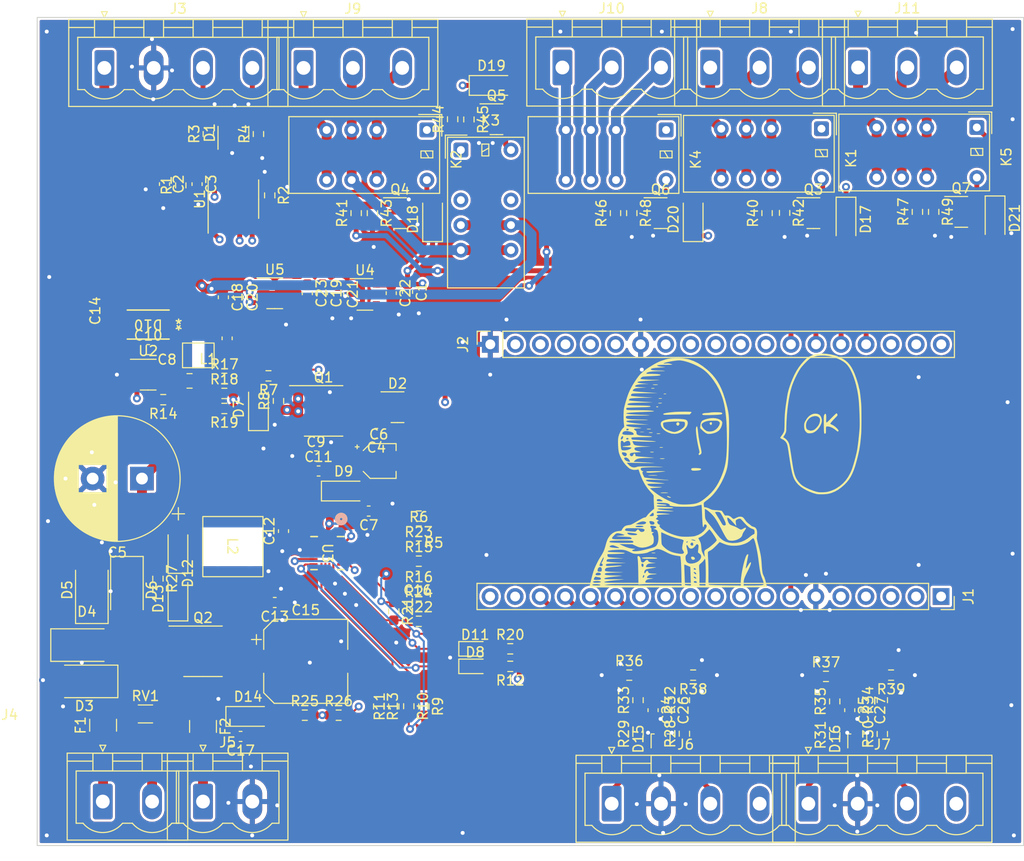
<source format=kicad_pcb>
(kicad_pcb (version 20211014) (generator pcbnew)
  (layers (0 "F.Cu" signal) (1 "In1.Cu" signal) (2 "In2.Cu" signal) (31 "B.Cu" signal) (34 "B.Paste" user) (35 "F.Paste" user) (36 "B.SilkS" user "B.Silkscreen") (37 "F.SilkS" user "F.Silkscreen") (38 "B.Mask" user) (39 "F.Mask" user) (44 "Edge.Cuts" user))
  (net 0 "")
  (net 1 "+3.3V")
  (net 2 "GND")
  (net 3 "13.8V")
  (net 4 "24v")
  (net 5 "Net-(C11-Pad2)")
  (net 6 "Net-(C10-Pad1)")
  (net 7 "Net-(C10-Pad2)")
  (net 8 "Net-(C12-Pad1)")
  (net 9 "Net-(C12-Pad2)")
  (net 10 "Net-(C13-Pad2)")
  (net 11 "VCC")
  (net 12 "+12V")
  (net 13 "+5V")
  (net 14 "Net-(C24-Pad1)")
  (net 15 "Net-(C25-Pad1)")
  (net 16 "Net-(C26-Pad1)")
  (net 17 "Net-(C27-Pad1)")
  (net 18 "Net-(D1-Pad1)")
  (net 19 "Net-(D1-Pad2)")
  (net 20 "Net-(D3-Pad1)")
  (net 21 "Net-(D5-Pad1)")
  (net 22 "Net-(D7-Pad2)")
  (net 23 "Net-(D8-Pad1)")
  (net 24 "Net-(D8-Pad2)")
  (net 25 "Net-(D11-Pad1)")
  (net 26 "Net-(D11-Pad2)")
  (net 27 "Net-(D12-Pad1)")
  (net 28 "Net-(D15-Pad1)")
  (net 29 "Net-(D15-Pad2)")
  (net 30 "Net-(D16-Pad1)")
  (net 31 "Net-(D16-Pad2)")
  (net 32 "Net-(D17-Pad2)")
  (net 33 "Net-(D18-Pad2)")
  (net 34 "Net-(D19-Pad2)")
  (net 35 "Net-(D20-Pad2)")
  (net 36 "Net-(D21-Pad2)")
  (net 37 "Net-(F1-Pad1)")
  (net 38 "Net-(F2-Pad2)")
  (net 39 "CMD")
  (net 40 "D3")
  (net 41 "D2")
  (net 42 "13")
  (net 43 "12V_COMMON_ENABLE")
  (net 44 "14")
  (net 45 "27")
  (net 46 "26")
  (net 47 "25")
  (net 48 "33")
  (net 49 "32")
  (net 50 "In4")
  (net 51 "In3")
  (net 52 "In2")
  (net 53 "In1")
  (net 54 "EN")
  (net 55 "23")
  (net 56 "485_DIR")
  (net 57 "485_Tx")
  (net 58 "485_Rx")
  (net 59 "21")
  (net 60 "19")
  (net 61 "18")
  (net 62 "5")
  (net 63 "17")
  (net 64 "16")
  (net 65 "Out4")
  (net 66 "Out3")
  (net 67 "Out2")
  (net 68 "Out1")
  (net 69 "D1")
  (net 70 "D0")
  (net 71 "CLK")
  (net 72 "Net-(J8-Pad1)")
  (net 73 "/Outputs/12V_COMMON")
  (net 74 "Net-(J8-Pad3)")
  (net 75 "Net-(J9-Pad1)")
  (net 76 "Net-(J9-Pad3)")
  (net 77 "Net-(J10-Pad1)")
  (net 78 "Net-(J10-Pad3)")
  (net 79 "Net-(J11-Pad1)")
  (net 80 "Net-(J11-Pad3)")
  (net 83 "Net-(Q3-Pad1)")
  (net 84 "Net-(Q4-Pad1)")
  (net 85 "Net-(Q5-Pad1)")
  (net 86 "Net-(Q6-Pad1)")
  (net 87 "Net-(Q7-Pad1)")
  (net 88 "Net-(R3-Pad1)")
  (net 89 "Net-(R4-Pad1)")
  (net 90 "Net-(R5-Pad2)")
  (net 91 "ACOK")
  (net 92 "VB")
  (net 93 "CELL")
  (net 94 "Net-(R14-Pad2)")
  (net 95 "ILIM")
  (net 96 "ISET")
  (net 97 "Net-(R17-Pad2)")
  (net 98 "Net-(R18-Pad2)")
  (net 99 "Net-(R21-Pad2)")
  (net 100 "Net-(R25-Pad2)")
  (net 102 "Net-(J8-Pad2)")
  (net 103 "Net-(J10-Pad2)")
  (net 104 "Net-(J11-Pad2)")
  (footprint "Resistor_SMD:R_0603_1608Metric_Pad0.98x0.95mm_HandSolder" (layer "F.Cu") (at 138.684 119.634)
    (fp_text reference "R23")
    (fp_text value "196K")
  )
  (footprint "Resistor_SMD:R_0603_1608Metric_Pad0.98x0.95mm_HandSolder" (layer "F.Cu") (at 137.668 135.8665 -90)
    (fp_text reference "R10")
    (fp_text value "NC")
  )
  (footprint "Capacitor_SMD:C_0603_1608Metric" (layer "F.Cu") (at 134.379 108.2 180)
    (fp_text reference "C4")
    (fp_text value "NC")
  )
  (footprint "Resistor_SMD:R_0603_1608Metric_Pad0.98x0.95mm_HandSolder" (layer "F.Cu") (at 136.144 126.238 -90)
    (fp_text reference "R21")
    (fp_text value "10K")
  )
  (footprint "Connector_Phoenix_MSTB:PhoenixContact_MSTBVA_2,5_2-G_1x02_P5.00mm_Vertical" (layer "F.Cu") (at 116.807 145.538)
    (fp_text reference "J5")
    (fp_text value "Batt")
  )
  (footprint "Package_TO_SOT_SMD:SOT-23-6" (layer "F.Cu") (at 111.2465 102.235)
    (fp_text reference "U2")
    (fp_text value "AOZ1280CI")
  )
  (footprint "Package_SO:SO-8_3.9x4.9mm_P1.27mm" (layer "F.Cu") (at 129.032 105.914)
    (fp_text reference "Q1")
    (fp_text value "AM4417P")
  )
  (footprint "Capacitor_SMD:C_0603_1608Metric" (layer "F.Cu") (at 138.557 122.682 180)
    (fp_text reference "C16")
    (fp_text value "1uF")
  )
  (footprint "Resistor_SMD:R_0603_1608Metric_Pad0.98x0.95mm_HandSolder" (layer "F.Cu") (at 118.97 104.14)
    (fp_text reference "R18")
    (fp_text value "2K2")
  )
  (footprint "Relay_THT:Relay_DPDT_Kemet_EC2" (layer "F.Cu") (at 142.9475 79.4475)
    (fp_text reference "K3")
    (fp_text value "EC2-3NU")
  )
  (footprint "Fuse:Fuse_1210_3225Metric" (layer "F.Cu") (at 116.807 137.918 -90)
    (fp_text reference "F2")
    (fp_text value "1210L050/30WR")
  )
  (footprint "inductors_ge:LQH32PH2R2NNCL" (layer "F.Cu") (at 116.332 100.33)
    (fp_text reference "L1")
    (fp_text value "2.2uH")
  )
  (footprint "Diode_SMD:D_SOD-123" (layer "F.Cu") (at 121.379 136.902)
    (fp_text reference "D14")
    (fp_text value "D_Zener")
  )
  (footprint "Capacitor_THT:CP_Radial_D12.5mm_P5.00mm" (layer "F.Cu") (at 110.617 112.776 180)
    (fp_text reference "C5")
    (fp_text value "1000uF 50V")
  )
  (footprint "Capacitor_SMD:C_0603_1608Metric_Pad1.08x0.95mm_HandSolder" (layer "F.Cu") (at 182.372 136.271 -90)
    (fp_text reference "C25")
    (fp_text value "100nF")
  )
  (footprint "Capacitor_SMD:CP_Elec_8x6.9" (layer "F.Cu") (at 127.221 131.314)
    (fp_text reference "C15")
    (fp_text value "100uF/50V")
  )
  (footprint "Capacitor_SMD:C_0603_1608Metric" (layer "F.Cu") (at 137.541 93.853 -90)
    (fp_text reference "C1")
    (fp_text value "100nF")
  )
  (footprint "Package_TO_SOT_SMD:SOT-23" (layer "F.Cu") (at 193.675 85.725)
    (fp_text reference "Q7")
    (fp_text value "BS870")
  )
  (footprint "Diode_SMD:D_SOD-123" (layer "F.Cu") (at 122.428 105.66 90)
    (fp_text reference "D7")
    (fp_text value "BZT52C12")
  )
  (footprint "Resistor_SMD:R_0603_1608Metric_Pad0.98x0.95mm_HandSolder" (layer "F.Cu") (at 114.554 83.0345 90)
    (fp_text reference "R1")
    (fp_text value "10K")
  )
  (footprint "Connector_Phoenix_MSTB:PhoenixContact_MSTBVA_2,5_4-G_1x04_P5.00mm_Vertical" (layer "F.Cu") (at 106.807 71.12)
    (fp_text reference "J3")
    (fp_text value "485 Bus")
  )
  (footprint "Resistor_SMD:R_0603_1608Metric_Pad0.98x0.95mm_HandSolder" (layer "F.Cu") (at 134.62 135.89 -90)
    (fp_text reference "R13")
    (fp_text value "0R")
  )
  (footprint "Resistor_SMD:R_0603_1608Metric_Pad0.98x0.95mm_HandSolder" (layer "F.Cu") (at 123.444 102.358 180)
    (fp_text reference "R7")
    (fp_text value "10K")
  )
  (footprint "Package_TO_SOT_SMD:SOT-23-5" (layer "F.Cu") (at 124.079 93.98)
    (fp_text reference "U5")
    (fp_text value "NCP718xSN500")
  )
  (footprint "Resistor_SMD:R_0603_1608Metric_Pad0.98x0.95mm_HandSolder" (layer "F.Cu") (at 160.909 135.255 90)
    (fp_text reference "R33")
    (fp_text value "10K")
  )
  (footprint "Resistor_SMD:R_0603_1608Metric_Pad0.98x0.95mm_HandSolder" (layer "F.Cu") (at 179.959 132.842)
    (fp_text reference "R37")
    (fp_text value "10K")
  )
  (footprint "Package_TO_SOT_SMD:SOT-23" (layer "F.Cu") (at 146.558 76.327)
    (fp_text reference "Q5")
    (fp_text value "BS870")
  )
  (footprint "Capacitor_SMD:C_0603_1608Metric_Pad1.08x0.95mm_HandSolder" (layer "F.Cu") (at 162.433 136.271 -90)
    (fp_text reference "C24")
    (fp_text value "100nF")
  )
  (footprint "Diode_SMD:D_SOD-123" (layer "F.Cu") (at 114.267 120.138 90)
    (fp_text reference "D12")
    (fp_text value "1N4148W")
  )
  (footprint "Resistor_SMD:R_0603_1608Metric_Pad0.98x0.95mm_HandSolder" (layer "F.Cu") (at 190.881 85.725 -90)
    (fp_text reference "R49")
    (fp_text value "47K")
  )
  (footprint "Capacitor_SMD:C_0603_1608Metric_Pad1.08x0.95mm_HandSolder" (layer "F.Cu") (at 130.556 94.0675 -90)
    (fp_text reference "C21")
    (fp_text value "1uF")
  )
  (footprint "Connector_Phoenix_MSTB:PhoenixContact_MSTBVA_2,5_3-G_1x03_P5.00mm_Vertical" (layer "F.Cu") (at 153.242 71.0805)
    (fp_text reference "J10")
    (fp_text value "Out2")
  )
  (footprint "Resistor_SMD:R_0603_1608Metric_Pad0.98x0.95mm_HandSolder" (layer "F.Cu") (at 185.674 135.255 90)
    (fp_text reference "R34")
    (fp_text value "10K")
  )
  (footprint "Relay_THT:Relay_DPDT_Kemet_EC2" (layer "F.Cu") (at 139.5005 77.4155 -90)
    (fp_text reference "K2")
    (fp_text value "EC2-3NU")
  )
  (footprint "Diode_SMD:D_SOD-123" (layer "F.Cu") (at 197.104 86.36 -90)
    (fp_text reference "D21")
    (fp_text value "D")
  )
  (footprint "Capacitor_SMD:CP_Elec_3x5.3" (layer "F.Cu") (at 134.62 110.994)
    (fp_text reference "C6")
    (fp_text value "10uF/50V")
  )
  (footprint "Package_TO_SOT_SMD:SOT-23" (layer "F.Cu") (at 136.779 85.852)
    (fp_text reference "Q4")
    (fp_text value "BS870")
  )
  (footprint "Capacitor_SMD:C_0603_1608Metric_Pad1.08x0.95mm_HandSolder" (layer "F.Cu") (at 120.396 94.3875 -90)
    (fp_text reference "C20")
    (fp_text value "1uF")
  )
  (footprint "Connector_Phoenix_MSTB:PhoenixContact_MSTBVA_2,5_3-G_1x03_P5.00mm_Vertical" (layer "F.Cu") (at 168.228 71.0805)
    (fp_text reference "J8")
    (fp_text value "Out3")
  )
  (footprint "Package_TO_SOT_SMD:SOT-23" (layer "F.Cu") (at 119.888 77.7005 90)
    (fp_text reference "D1")
    (fp_text value "CDSOT23-SM712")
  )
  (footprint "Diode_SMD:D_SOD-123" (layer "F.Cu") (at 140.081 86.487 90)
    (fp_text reference "D18")
    (fp_text value "D")
  )
  (footprint "Resistor_SMD:R_0603_1608Metric_Pad0.98x0.95mm_HandSolder" (layer "F.Cu") (at 158.623 85.852 90)
    (fp_text reference "R46")
    (fp_text value "470R")
  )
  (footprint "Capacitor_SMD:C_0603_1608Metric" (layer "F.Cu") (at 116.205 82.9075 -90)
    (fp_text reference "C3")
    (fp_text value "100nF")
  )
  (footprint "Resistor_SMD:R_0603_1608Metric_Pad0.98x0.95mm_HandSolder" (layer "F.Cu") (at 139.192 135.89 -90)
    (fp_text reference "R9")
    (fp_text value "0R")
  )
  (footprint "Resistor_SMD:R_0603_1608Metric_Pad0.98x0.95mm_HandSolder" (layer "F.Cu") (at 117.348 77.8275 90)
    (fp_text reference "R3")
    (fp_text value "10R - CRCW0603010RJNEAHP")
  )
  (footprint "Resistor_SMD:R_0603_1608Metric_Pad0.98x0.95mm_HandSolder" (layer "F.Cu") (at 166.497 132.715 180)
    (fp_text reference "R38")
    (fp_text value "10K")
  )
  (footprint "inductors_ge:CDRH8D43NP-100NC" (layer "F.Cu") (at 119.888 119.63 -90)
    (fp_text reference "L2")
    (fp_text value "10uH")
  )
  (footprint "Capacitor_SMD:C_0603_1608Metric" (layer "F.Cu") (at 120.617 138.934 180)
    (fp_text reference "C17")
    (fp_text value "NC")
  )
  (footprint "Fuse:Fuse_1210_3225Metric" (layer "F.Cu") (at 106.68 137.795 90)
    (fp_text reference "F1")
    (fp_text value "1210L050/30WR")
  )
  (footprint "Resistor_SMD:R_0603_1608Metric_Pad0.98x0.95mm_HandSolder" (layer "F.Cu") (at 165.608 135.255 90)
    (fp_text reference "R32")
    (fp_text value "10K")
  )
  (footprint "Resistor_SMD:R_0603_1608Metric_Pad0.98x0.95mm_HandSolder" (layer "F.Cu") (at 124.46 104.898 90)
    (fp_text reference "R8")
    (fp_text value "51.1K")
  )
  (footprint "Resistor_SMD:R_0603_1608Metric_Pad0.98x0.95mm_HandSolder" (layer "F.Cu") (at 138.684 127.254)
    (fp_text reference "R22")
    (fp_text value "15K")
  )
  (footprint "Capacitor_SMD:C_0603_1608Metric_Pad1.08x0.95mm_HandSolder" (layer "F.Cu") (at 118.872 94.3875 -90)
    (fp_text reference "C18")
    (fp_text value "100nF")
  )
  (footprint "Diode_SMD:D_SMA" (layer "F.Cu") (at 104.775 133.35 180)
    (fp_text reference "D3")
    (fp_text value "B140-E3")
  )
  (footprint "Capacitor_SMD:C_0603_1608Metric" (layer "F.Cu") (at 111.252 99.695)
    (fp_text reference "C10")
    (fp_text value "10nF")
  )
  (footprint "Resistor_SMD:R_0603_1608Metric_Pad0.98x0.95mm_HandSolder" (layer "F.Cu") (at 180.848 135.382 90)
    (fp_text reference "R35")
    (fp_text value "10K")
  )
  (footprint "Resistor_SMD:R_0603_1608Metric_Pad0.98x0.95mm_HandSolder" (layer "F.Cu") (at 186.563 132.715 180)
    (fp_text reference "R39")
    (fp_text value "10K")
  )
  (footprint "Package_TO_SOT_SMD:SOT-416" (layer "F.Cu") (at 163.195 139.192 90)
    (fp_text reference "D15")
    (fp_text value "RCLAMP0582B")
  )
  (footprint "Resistor_SMD:R_0603_1608Metric_Pad0.98x0.95mm_HandSolder" (layer "F.Cu") (at 133.985 85.852 -90)
    (fp_text reference "R43")
    (fp_text value "47K")
  )
  (footprint "Resistor_SMD:R_0603_1608Metric_Pad0.98x0.95mm_HandSolder" (layer "F.Cu") (at 160.909 138.684 90)
    (fp_text reference "R29")
    (fp_text value "1K5")
  )
  (footprint "Package_SO:TSOP-5_1.65x3.05mm_P0.95mm" (layer "F.Cu") (at 133.223 94.094)
    (fp_text reference "U4")
    (fp_text value "NCP115ASN330T2G")
  )
  (footprint "Resistor_SMD:R_0603_1608Metric_Pad0.98x0.95mm_HandSolder" (layer "F.Cu") (at 138.684 125.73)
    (fp_text reference "R24")
    (fp_text value "196K")
  )
  (footprint "Resistor_SMD:R_0603_1608Metric_Pad0.98x0.95mm_HandSolder" (layer "F.Cu") (at 173.99 85.852 90)
    (fp_text reference "R40")
    (fp_text value "470R")
  )
  (footprint "Resistor_SMD:R_0603_1608Metric_Pad0.98x0.95mm_HandSolder" (layer "F.Cu") (at 138.684 118.11)
    (fp_text reference "R6")
    (fp_text value "1K")
  )
  (footprint "Connector_Phoenix_MSTB:PhoenixContact_MSTBVA_2,5_3-G_1x03_P5.00mm_Vertical" (layer "F.Cu") (at 183.214 71.0805)
    (fp_text reference "J11")
    (fp_text value "Out4")
  )
  (footprint "Package_TO_SOT_SMD:SOT-23" (layer "F.Cu") (at 163.195 85.852)
    (fp_text reference "Q6")
    (fp_text value "BS870")
  )
  (footprint "Resistor_SMD:R_0603_1608Metric_Pad0.98x0.95mm_HandSolder" (layer "F.Cu") (at 165.608 138.6605 90)
    (fp_text reference "R28")
    (fp_text value "1K5")
  )
  (footprint "Capacitor_SMD:C_0603_1608Metric" (layer "F.Cu") (at 124.079 125.349 180)
    (fp_text reference "C13")
    (fp_text value "10uF")
  )
  (footprint "Diode_SMD:D_SMA" (layer "F.Cu") (at 105.537 124.079 90)
    (fp_text reference "D5")
    (fp_text value "B140-E3")
  )
  (footprint "Package_TO_SOT_SMD:SOT-416" (layer "F.Cu") (at 183.134 139.192 90)
    (fp_text reference "D16")
    (fp_text value "RCLAMP0582B")
  )
  (footprint "Connector_Phoenix_MSTB:PhoenixContact_MSTBVA_2,5_2-G_1x02_P5.00mm_Vertical" (layer "F.Cu") (at 106.647 145.538)
    (fp_text reference "J4")
    (fp_text value "24v In")
  )
  (footprint "Capacitor_SMD:C_0603_1608Metric" (layer "F.Cu") (at 128.257 110.486)
    (fp_text reference "C9")
    (fp_text value "NC")
  )
  (footprint "Resistor_SMD:R_0603_1608Metric_Pad0.98x0.95mm_HandSolder" (layer "F.Cu") (at 127.127 136.779)
    (fp_text reference "R25")
    (fp_text value "3.57K")
  )
  (footprint "MP2659:QFN-19_MP2659_MNP" (layer "F.Cu") (at 129.416 120.338 -90)
    (fp_text reference "U3")
    (fp_text value "MP2659GQ")
  )
  (footprint "Capacitor_SMD:C_0603_1608Metric_Pad1.08x0.95mm_HandSolder" (layer "F.Cu") (at 164.084 136.271 -90)
    (fp_text reference "C26")
    (fp_text value "100nF")
  )
  (footprint "Diode_SMD:D_SOD-123" (layer "F.Cu") (at 114.267 124.964 90)
    (fp_text reference "D13")
    (fp_text value "BZT52C12")
  )
  (footprint "Capacitor_SMD:C_0603_1608Metric_Pad1.08x0.95mm_HandSolder" (layer "F.Cu") (at 128.905 93.98 -90)
    (fp_text reference "C19")
    (fp_text value "100nF")
  )
  (footprint "Resistor_SMD:R_0603_1608Metric_Pad0.98x0.95mm_HandSolder" (layer "F.Cu") (at 180.848 138.7875 90)
    (fp_text reference "R31")
    (fp_text value "1K5")
  )
  (footprint "Capacitor_SMD:C_0603_1608Metric_Pad1.08x0.95mm_HandSolder" (layer "F.Cu") (at 135.89 93.967 -90)
    (fp_text reference "C22")
    (fp_text value "1uF")
  )
  (footprint "pictures:saitama" (layer "F.Cu") (at 170.053 111.887)
    (fp_text reference "G***" hide)
    (fp_text value "LOGO" hide)
  )
  (footprint "Resistor_SMD:R_0603_1608Metric_Pad0.98x0.95mm_HandSolder" (layer "F.Cu") (at 185.674 138.684 90)
    (fp_text reference "R30")
    (fp_text value "1K5")
  )
  (footprint "Capacitor_SMD:C_0603_1608Metric" (layer "F.Cu") (at 119.253 98.552 90)
    (fp_text reference "C14")
    (fp_text value "10uF")
  )
  (footprint "Connector_Phoenix_MSTB:PhoenixContact_MSTBVA_2,5_4-G_1x04_P5.00mm_Vertical" (layer "F.Cu") (at 178.174 145.7565)
    (fp_text reference "J7")
    (fp_text value "In3 and In4")
  )
  (footprint "Diode_SMD:D_SOD-123" (layer "F.Cu") (at 131.064 114.042)
    (fp_text reference "D9")
    (fp_text value "B140")
  )
  (footprint "Diode_SMD:D_SMA" (layer "F.Cu") (at 109.093 124.079 -90)
    (fp_text reference "D6")
    (fp_text value "B140-E3")
  )
  (footprint "Capacitor_SMD:C_0603_1608Metric" (layer "F.Cu") (at 128.524 112.01)
    (fp_text reference "C11")
    (fp_text value "2.2uF")
  )
  (footprint "Resistor_SMD:R_0603_1608Metric_Pad0.98x0.95mm_HandSolder" (layer "F.Cu") (at 138.684 124.206)
    (fp_text reference "R16")
    (fp_text value "95.3K")
  )
  (footprint "Resistor_SMD:R_0603_1608Metric_Pad0.98x0.95mm_HandSolder" (layer "F.Cu") (at 143.764 76.3505 -90)
    (fp_text reference "R45")
    (fp_text value "47K")
  )
  (footprint "Package_SO:SO-8_3.9x4.9mm_P1.27mm" (layer "F.Cu") (at 116.807 130.298)
    (fp_text reference "Q2")
    (fp_text value "AM4417P")
  )
  (footprint "Capacitor_SMD:C_0603_1608Metric" (layer "F.Cu") (at 124.968 118.106 90)
    (fp_text reference "C12")
    (fp_text value "100nF")
  )
  (footprint "Resistor_SMD:R_0603_1608Metric_Pad0.98x0.95mm_HandSolder" (layer "F.Cu") (at 136.144 135.89 90)
    (fp_text reference "R11")
    (fp_text value "NC")
  )
  (footprint "Diode_SMD:D_SOD-123" (layer "F.Cu") (at 146.05 72.898)
    (fp_text reference "D19")
    (fp_text value "D")
  )
  (footprint "Package_SO:SOIC-8_3.9x4.9mm_P1.27mm" (layer "F.Cu") (at 119.888 84.4315 90)
    (fp_text reference "U1")
    (fp_text value "THVD1450DR")
  )
  (footprint "Resistor_SMD:R_0603_1608Metric_Pad0.98x0.95mm_HandSolder" (layer "F.Cu") (at 112.235 122.932 -90)
    (fp_text reference "R27")
    (fp_text value "1M")
  )
  (footprint "Connector_PinSocket_2.54mm:PinSocket_1x19_P2.54mm_Vertical" (layer "F.Cu") (at 191.633 124.739 -90)
    (fp_text reference "J1")
    (fp_text value "Conn_01x19_Female")
  )
  (footprint "Resistor_SMD:R_0603_1608Metric_Pad0.98x0.95mm_HandSolder" (layer "F.Cu") (at 189.23 85.725 90)
    (fp_text reference "R47")
    (fp_text value "470R")
  )
  (footprint "Resistor_SMD:R_0603_1608Metric_Pad0.98x0.95mm_HandSolder" (layer "F.Cu") (at 142.113 76.327 90)
    (fp_text reference "R44")
    (fp_text value "470R")
  )
  (footprint "Package_TO_SOT_SMD:SOT-23" (layer "F.Cu") (at 178.689 85.852)
    (fp_text reference "Q3")
    (fp_text value "BS870")
  )
  (footprint "Connector_PinSocket_2.54mm:PinSocket_1x19_P2.54mm_Vertical" (layer "F.Cu") (at 145.933 99.162 90)
    (fp_text reference "J2")
    (fp_text value "Conn_01x19_Female")
  )
  (footprint "Connector_Phoenix_MSTB:PhoenixContact_MSTBVA_2,5_3-G_1x03_P5.00mm_Vertical" (layer "F.Cu") (at 127 71.12)
    (fp_text reference "J9")
    (fp_text value "Out1")
  )
  (footprint "Package_TO_SOT_SMD:SOT-23" (layer "F.Cu") (at 136.525 105.537)
    (fp_text reference "D2")
    (fp_text value "NC")
  )
  (footprint "Relay_THT:Relay_DPDT_Kemet_EC2" (layer "F.Cu") (at 195.2535 77.1615 -90)
    (fp_text reference "K5")
    (fp_text value "EC2-3NU")
  )
  (footprint "Resistor_SMD:R_0603_1608Metric_Pad0.98x0.95mm_HandSolder" (layer "F.Cu") (at 122.428 77.8275 90)
    (fp_text reference "R4")
    (fp_text value "10R - CRCW0603010RJNEAHP")
  )
  (footprint "Capacitor_SMD:C_0603_1608Metric" (layer "F.Cu") (at 112.903 82.9075 -90)
    (fp_text reference "C2")
    (fp_text value "100nF")
  )
  (footprint "Diode_SMD:D_SOD-123" (layer "F.Cu") (at 181.991 86.487 -90)
    (fp_text reference "D17")
    (fp_text value "D")
  )
  (footprint "Resistor_SMD:R_0603_1608Metric_Pad0.98x0.95mm_HandSolder" (layer "F.Cu") (at 138.684 116.586 180)
    (fp_text reference "R5")
    (fp_text value "10.5K")
  )
  (footprint "LED_SMD:LED_0603_1608Metric_Pad1.05x0.95mm_HandSolder" (layer "F.Cu") (at 144.399 131.826)
    (fp_text reference "D8")
    (fp_text value "LED")
  )
  (footprint "Resistor_SMD:R_0603_1608Metric_Pad0.98x0.95mm_HandSolder" (layer "F.Cu") (at 138.684 121.154)
    (fp_text reference "R15")
    (fp_text value "95.3K")
  )
  (footprint "diodes_ge:DO-221AD" (layer "F.Cu") (at 111.252 97.155 180)
    (fp_text reference "D10")
    (fp_text value "VSS8D3M6HM3/H")
  )
  (footprint "Resistor_SMD:R_1206_3216Metric_Pad1.30x1.75mm_HandSolder" (layer "F.Cu") (at 110.972 136.652)
    (fp_text reference "RV1")
    (fp_text value "Varistor")
  )
  (footprint "Resistor_SMD:R_0603_1608Metric_Pad0.98x0.95mm_HandSolder" (layer "F.Cu") (at 118.97 105.664 180)
    (fp_text reference "R19")
    (fp_text value "12K")
  )
  (footprint "Relay_THT:Relay_DPDT_Kemet_EC2" (layer "F.Cu") (at 163.7575 77.4155 -90)
    (fp_text reference "K4")
    (fp_text value "EC2-3NU")
  )
  (footprint "Resistor_SMD:R_0603_1608Metric_Pad0.98x0.95mm_HandSolder" (layer "F.Cu") (at 147.955 131.826 180)
    (fp_text reference "R12")
    (fp_text value "10K")
  )
  (footprint "Resistor_SMD:R_0603_1608Metric_Pad0.98x0.95mm_HandSolder" (layer "F.Cu") (at 123.571 84.0505 -90)
    (fp_text reference "R2")
    (fp_text value "10K")
  )
  (footprint "Capacitor_SMD:C_0603_1608Metric" (layer "F.Cu") (at 133.604 116.074 180)
    (fp_text reference "C7")
    (fp_text value "1uF")
  )
  (footprint "Capacitor_SMD:C_0603_1608Metric_Pad1.08x0.95mm_HandSolder" (layer "F.Cu") (at 127.381 93.98 -90)
    (fp_text reference "C23")
    (fp_text value "1uF")
  )
  (footprint "Relay_THT:Relay_DPDT_Kemet_EC2" (layer "F.Cu") (at 179.5055 77.2885 -90)
    (fp_text reference "K1")
    (fp_text value "EC2-3NU")
  )
  (footprint "Resistor_SMD:R_0603_1608Metric_Pad0.98x0.95mm_HandSolder" (layer "F.Cu") (at 130.556 136.779)
    (fp_text reference "R26")
    (fp_text value "51.1K")
  )
  (footprint "Capacitor_SMD:C_0805_2012Metric" (layer "F.Cu") (at 115.443 102.87)
    (fp_text reference "C8")
    (fp_text value "4.7uF 50V")
  )
  (footprint "Capacitor_SMD:C_0603_1608Metric_Pad1.08x0.95mm_HandSolder" (layer "F.Cu") (at 184.023 136.271 -90)
    (fp_text reference "C27")
    (fp_text value "100nF")
  )
  (footprint "Connector_Phoenix_MSTB:PhoenixContact_MSTBVA_2,5_4-G_1x04_P5.00mm_Vertical" (layer "F.Cu") (at 158.235 145.7565)
    (fp_text reference "J6")
    (fp_text value "In1 and In2")
  )
  (footprint "Diode_SMD:D_SMA" (layer "F.Cu") (at 104.775 129.667)
    (fp_text reference "D4")
    (fp_text value "B140-E3")
  )
  (footprint "LED_SMD:LED_0603_1608Metric_Pad1.05x0.95mm_HandSolder" (layer "F.Cu") (at 144.399 130.048)
    (fp_text reference "D11")
    (fp_text value "LED")
  )
  (footprint "Resistor_SMD:R_0603_1608Metric_Pad0.98x0.95mm_HandSolder" (layer "F.Cu") (at 160.274 85.852 -90)
    (fp_text reference "R48")
    (fp_text value "47K")
  )
  (footprint "Resistor_SMD:R_0603_1608Metric_Pad0.98x0.95mm_HandSolder" (layer "F.Cu") (at 132.334 85.852 90)
    (fp_text reference "R41")
    (fp_text value "470R")
  )
  (footprint "Resistor_SMD:R_0603_1608Metric_Pad0.98x0.95mm_HandSolder" (layer "F.Cu") (at 160.02 132.715)
    (fp_text reference "R36")
    (fp_text value "10K")
  )
  (footprint "Resistor_SMD:R_0603_1608Metric_Pad0.98x0.95mm_HandSolder" (layer "F.Cu") (at 118.97 102.616)
    (fp_text reference "R17")
    (fp_text value "160K")
  )
  (footprint "Resistor_SMD:R_0603_1608Metric_Pad0.98x0.95mm_HandSolder" (layer "F.Cu") (at 147.955 130.048)
    (fp_text reference "R20")
    (fp_text value "2K")
  )
  (footprint "Diode_SMD:D_SOD-123" (layer "F.Cu") (at 166.497 86.487 90)
    (fp_text reference "D20")
    (fp_text value "D")
  )
  (footprint "Resistor_SMD:R_0603_1608Metric_Pad0.98x0.95mm_HandSolder" (layer "F.Cu") (at 112.776 104.775 180)
    (fp_text reference "R14")
    (fp_text value "10K")
  )
  (footprint "Resistor_SMD:R_0603_1608Metric_Pad0.98x0.95mm_HandSolder" (layer "F.Cu") (at 175.768 85.8285 -90)
    (fp_text reference "R42")
    (fp_text value "47K")
  )
  (gr_rect (start 100 150) (end 200 66) (layer "Edge.Cuts") (width 0.1) (fill none))
  (segment (start 168.02 88.137) (end 168.021 88.138) (width 0.5) (layer "F.Cu") (net 1))
  (segment (start 181.991 84.837) (end 181.991 83.185) (width 0.5) (layer "F.Cu") (net 1))
  (segment (start 116.205 82.1325) (end 117.807 82.1325) (width 0.5) (layer "F.Cu") (net 1))
  (segment (start 166.497 88.137) (end 168.02 88.137) (width 0.5) (layer "F.Cu") (net 1))
  (segment (start 117.807 82.1325) (end 117.983 81.9565) (width 0.5) (layer "F.Cu") (net 1))
  (segment (start 140.081 88.137) (end 140.081 89.154) (width 0.5) (layer "F.Cu") (net 1))
  (segment (start 197.104 84.71) (end 197.104 79.012) (width 0.5) (layer "F.Cu") (net 1))
  (segment (start 137.541 93.078) (end 138.951 93.078) (width 0.5) (layer "F.Cu") (net 1))
  (segment (start 114.5435 82.1325) (end 114.554 82.122) (width 0.5) (layer "F.Cu") (net 1))
  (segment (start 138.951 93.078) (end 139.065 92.964) (width 0.5) (layer "F.Cu") (net 1))
  (segment (start 197.104 79.012) (end 195.2535 77.1615) (width 0.5) (layer "F.Cu") (net 1))
  (segment (start 140.081 89.154) (end 137.541 91.694) (width 0.5) (layer "F.Cu") (net 1))
  (segment (start 137.541 91.694) (end 137.541 93.078) (width 0.5) (layer "F.Cu") (net 1))
  (segment (start 144.4 72.898) (end 143.129 72.898) (width 0.5) (layer "F.Cu") (net 1))
  (segment (start 117.983 84.201) (end 117.983 81.9565) (width 0.5) (layer "F.Cu") (net 1))
  (segment (start 135.89 93.1045) (end 137.5145 93.1045) (width 0.5) (layer "F.Cu") (net 1))
  (segment (start 112.903 82.1325) (end 114.5435 82.1325) (width 0.5) (layer "F.Cu") (net 1))
  (segment (start 137.5145 93.1045) (end 137.541 93.078) (width 0.5) (layer "F.Cu") (net 1))
  (segment (start 114.554 82.122) (end 116.1945 82.122) (width 0.5) (layer "F.Cu") (net 1))
  (segment (start 135.8505 93.144) (end 135.89 93.1045) (width 0.5) (layer "F.Cu") (net 1))
  (segment (start 116.1945 82.122) (end 116.205 82.1325) (width 0.5) (layer "F.Cu") (net 1))
  (segment (start 134.383 93.144) (end 135.8505 93.144) (width 0.5) (layer "F.Cu") (net 1))
  (via (at 181.991 83.185) (size 0.8) (drill 0.4) (layers "F.Cu" "B.Cu") (net 1))
  (via (at 137.541 91.694) (size 0.8) (drill 0.4) (layers "F.Cu" "B.Cu") (net 1))
  (via (at 168.021 88.138) (size 0.8) (drill 0.4) (layers "F.Cu" "B.Cu") (net 1))
  (via (at 117.983 84.201) (size 0.8) (drill 0.4) (layers "F.Cu" "B.Cu") (net 1))
  (via (at 139.065 92.964) (size 0.8) (drill 0.4) (layers "F.Cu" "B.Cu") (net 1))
  (via (at 143.129 72.898) (size 0.8) (drill 0.4) (layers "F.Cu" "B.Cu") (net 1))
  (segment (start 116.393 103.693) (end 116.967 104.267) (width 0.5) (layer "F.Cu") (net 2))
  (segment (start 130.4685 94.8425) (end 130.556 94.93) (width 0.5) (layer "F.Cu") (net 2))
  (segment (start 116.393 102.87) (end 116.393 103.693) (width 0.5) (layer "F.Cu") (net 2))
  (segment (start 127.381 94.8425) (end 130.4685 94.8425) (width 0.5) (layer "F.Cu") (net 2))
  (segment (start 117.221 105.664) (end 118.0575 105.664) (width 0.5) (layer "F.Cu") (net 2))
  (segment (start 131.392 94.094) (end 131.2215 94.2645) (width 0.5) (layer "F.Cu") (net 2))
  (segment (start 131.2215 94.2645) (end 130.556 94.93) (width 0.5) (layer "F.Cu") (net 2))
  (segment (start 116.967 104.267) (end 116.967 105.41) (width 0.5) (layer "F.Cu") (net 2))
  (segment (start 130.190465 123.428535) (end 129.616 122.85407) (width 0.2) (layer "F.Cu") (net 2))
  (segment (start 132.063 94.094) (end 131.392 94.094) (width 0.5) (layer "F.Cu") (net 2))
  (segment (start 105.537 120.269) (end 106.553 119.253) (width 1) (layer "F.Cu") (net 2))
  (segment (start 105.537 122.079) (end 105.537 120.269) (width 1) (layer "F.Cu") (net 2))
  (segment (start 129.616 122.85407) (end 129.616 121.738) (width 0.2) (layer "F.Cu") (net 2))
  (segment (start 116.967 105.41) (end 117.221 105.664) (width 0.5) (layer "F.Cu") (net 2))
  (segment (start 110.109 102.235) (end 108.077 102.235) (width 0.5) (layer "F.Cu") (net 2))
  (via (at 109.601 70.993) (size 0.8) (drill 0.4) (layers "F.Cu" "B.Cu") (net 2))
  (via (at 126.111 125.349) (size 0.8) (drill 0.4) (layers "F.Cu" "B.Cu") (net 2))
  (via (at 118.364 135.128) (size 0.8) (drill 0.4) (layers "F.Cu" "B.Cu") (net 2))
  (via (at 124.079 107.315) (size 0.8) (drill 0.4) (layers "F.Cu" "B.Cu") (net 2))
  (via (at 178.054 88.138) (size 0.8) (drill 0.4) (layers "F.Cu" "B.Cu") (net 2))
  (via (at 199.009 148.971) (size 0.8) (drill 0.4) (layers "F.Cu" "B.Cu") (net 2))
  (via (at 187.325 130.175) (size 0.8) (drill 0.4) (layers "F.Cu" "B.Cu") (net 2))
  (via (at 163.449 148.717) (size 0.8) (drill 0.4) (layers "F.Cu" "B.Cu") (net 2))
  (via (at 121.412 74.803) (size 0.8) (drill 0.4) (layers "F.Cu" "B.Cu") (net 2))
  (via (at 123.444 122.174) (size 0.8) (drill 0.4) (layers "F.Cu" "B.Cu") (net 2))
  (via (at 160.274 88.265) (size 0.8) (drill 0.4) (layers "F.Cu" "B.Cu") (net 2))
  (via (at 187.579 134.493) (size 0.8) (drill 0.4) (layers "F.Cu" "B.Cu") (net 2))
  (via (at 124.333 145.923) (size 0.8) (drill 0.4) (layers "F.Cu" "B.Cu") (net 2))
  (via (at 100.584 133.223) (size 0.8) (drill 0.4) (layers "F.Cu" "B.Cu") (net 2))
  (via (at 168.91 132.715) (size 0.8) (drill 0.4) (layers "F.Cu" "B.Cu") (net 2))
  (via (at 127.635 131.445) (size 0.8) (drill 0.4) (layers "F.Cu" "B.Cu") (net 2))
  (via (at 159.004 134.239) (size 0.8) (drill 0.4) (layers "F.Cu" "B.Cu") (net 2))
  (via (at 141.859 130.937) (size 0.8) (drill 0.4) (layers "F.Cu" "B.Cu") (net 2))
  (via (at 184.15 138.557) (size 0.8) (drill 0.4) (layers "F.Cu" "B.Cu") (net 2))
  (via (at 188.976 132.715) (size 0.8) (drill 0.4) (layers "F.Cu" "B.Cu") (net 2))
  (via (at 177.927 122.555) (size 0.8) (drill 0.4) (layers "F.Cu" "B.Cu") (net 2))
  (via (at 146.177 78.74) (size 0.8) (drill 0.4) (layers "F.Cu" "B.Cu") (net 2))
  (via (at 138.684 96.012) (size 0.8) (drill 0.4) (layers "F.Cu" "B.Cu") (net 2))
  (via (at 113.665 71.374) (size 0.8) (drill 0.4) (layers "F.Cu" "B.Cu") (net 2))
  (via (at 126.619 120.015) (size 0.8) (drill 0.4) (layers "F.Cu" "B.Cu") (net 2))
  (via (at 131.2215 94.2645) (size 0.8) (drill 0.4) (layers "F.Cu" "B.Cu") (net 2))
  (via (at 100.965 67.437) (size 0.8) (drill 0.4) (layers "F.Cu" "B.Cu") (net 2))
  (via (at 105.537 110.109) (size 0.8) (drill 0.4) (layers "F.Cu" "B.Cu") (net 2))
  (via (at 105.791 115.443) (size 0.8) (drill 0.4) (layers "F.Cu" "B.Cu") (net 2))
  (via (at 125.857 110.49) (size 0.8) (drill 0.4) (layers "F.Cu" "B.Cu") (net 2))
  (via (at 136.017 115.316) (size 0.8) (drill 0.4) (layers "F.Cu" "B.Cu") (net 2))
  (via (at 179.959 122.428) (size 0.8) (drill 0.4) (layers "F.Cu" "B.Cu") (net 2))
  (via (at 163.195 137.16) (size 0.8) (drill 0.4) (layers "F.Cu" "B.Cu") (net 2))
  (via (at 130.81 129.286) (size 0.8) (drill 0.4) (layers "F.Cu" "B.Cu") (net 2))
  (via (at 198.882 120.396) (size 0.8) (drill 0.4) (layers "F.Cu" "B.Cu") (net 2))
  (via (at 101.219 92.329) (size 0.8) (drill 0.4) (layers "F.Cu" "B.Cu") (net 2))
  (via (at 125.349 83.185) (size 0.8) (drill 0.4) (layers "F.Cu" "B.Cu") (net 2))
  (via (at 198.882 67.183) (size 0.8) (drill 0.4) (layers "F.Cu" "B.Cu") (net 2))
  (via (at 185.166 145.923) (size 0.8) (drill 0.4) (layers "F.Cu" "B.Cu") (net 2))
  (via (at 138.557 86.995) (size 0.8) (drill 0.4) (layers "F.Cu" "B.Cu") (net 2))
  (via (at 111.633 68.199) (size 0.8) (drill 0.4) (layers "F.Cu" "B.Cu") (net 2))
  (via (at 157.226 132.715) (size 0.8) (drill 0.4) (layers "F.Cu" "B.Cu") (net 2))
  (via (at 162.433 88.138) (size 0.8) (drill 0.4) (layers "F.Cu" "B.Cu") (net 2))
  (via (at 112.776 85.344) (size 0.8) (drill 0.4) (layers "F.Cu" "B.Cu") (net 2))
  (via (at 107.442 124.206) (size 0.8) (drill 0.4) (layers "F.Cu" "B.Cu") (net 2))
  (via (at 167.386 134.366) (size 0.8) (drill 0.4) (layers "F.Cu" "B.Cu") (net 2))
  (via (at 106.553 119.253) (size 0.8) (drill 0.4) (layers "F.Cu" "B.Cu") (net 2))
  (via (at 145.923 102.235) (size 0.8) (drill 0.4) (layers "F.Cu" "B.Cu") (net 2))
  (via (at 107.442 120.142) (size 0.8) (drill 0.4) (layers "F.Cu" "B.Cu") (net 2))
  (via (at 137.668 84.455) (size 0.8) (drill 0.4) (layers "F.Cu" "B.Cu") (net 2))
  (via (at 159.131 131.572) (size 0.8) (drill 0.4) (layers "F.Cu" "B.Cu") (net 2))
  (via (at 104.521 131.445) (size 0.8) (drill 0.4) (layers "F.Cu" "B.Cu") (net 2))
  (via (at 119.761 79.756) (size 0.8) (drill 0.4) (layers "F.Cu" "B.Cu") (net 2))
  (via (at 180.848 145.923) (size 0.8) (drill 0.4) (layers "F.Cu" "B.Cu") (net 2))
  (via (at 145.542 120.523) (size 0.8) (drill 0.4) (layers "F.Cu" "B.Cu") (net 2))
  (via (at 163.322 67.437) (size 0.8) (drill 0.4) (layers "F.Cu" "B.Cu") (net 2))
  (via (at 102.87 112.776) (size 0.8) (drill 0.4) (layers "F.Cu" "B.Cu") (net 2))
  (via (at 124.714 123.952) (size 0.8) (drill 0.4) (layers "F.Cu" "B.Cu") (net 2))
  (via (at 180.34 126.111) (size 0.8) (drill 0.4) (layers "F.Cu" "B.Cu") (net 2))
  (via (at 189.103 67.564) (size 0.8) (drill 0.4) (layers "F.Cu" "B.Cu") (net 2))
  (via (at 179.07 134.366) (size 0.8) (drill 0.4) (layers "F.Cu" "B.Cu") (net 2))
  (via (at 121.666 141.986) (size 0.8) (drill 0.4) (layers "F.Cu" "B.Cu") (net 2))
  (via (at 136.652 96.139) (size 0.8) (drill 0.4) (layers "F.Cu" "B.Cu") (net 2))
  (via (at 161.925 138.557) (size 0.8) (drill 0.4) (layers "F.Cu" "B.Cu") (net 2))
  (via (at 122.936 109.728) (size 0.8) (drill 0.4) (layers "F.Cu" "B.Cu") (net 2))
  (via (at 122.809 80.264) (size 0.8) (drill 0.4) (layers "F.Cu" "B.Cu") (net 2))
  (via (at 131.826 96.52) (size 0.8) (drill 0.4) (layers "F.Cu" "B.Cu") (net 2))
  (via (at 191.008 88.138) (size 0.8) (drill 0.4) (layers "F.Cu" "B.Cu") (net 2))
  (via (at 182.118 138.557) (size 0.8) (drill 0.4) (layers "F.Cu" "B.Cu") (net 2))
  (via (at 136.398 129.413) (size 0.8) (drill 0.4) (layers "F.Cu" "B.Cu") (net 2))
  (via (at 164.338 138.557) (size 0.8) (drill 0.4) (layers "F.Cu" "B.Cu") (net 2))
  (via (at 123.571 118.491) (size 0.8) (drill 0.4) (layers "F.Cu" "B.Cu") (net 2))
  (via (at 176.403 67.437) (size 0.8) (drill 0.4) (layers "F.Cu" "B.Cu") (net 2))
  (via (at 189.357 102.489) (size 0.8) (drill 0.4) (layers "F.Cu" "B.Cu") (net 2))
  (via (at 161.163 96.647) (size 0.8) (drill 0.4) (layers "F.Cu" "B.Cu") (net 2))
  (via (at 161.29 101.727) (size 0.8) (drill 0.4) (layers "F.Cu" "B.Cu") (net 2))
  (via (at 107.95 113.157) (size 0.8) (drill 0.4) (layers "F.Cu" "B.Cu") (net 2))
  (via (at 183.134 148.59) (size 0.8) (drill 0.4) (layers "F.Cu" "B.Cu") (net 2))
  (via (at 183.134 142.875) (size 0.8) (drill 0.4) (layers "F.Cu" "B.Cu") (net 2))
  (via (at 124.841 127.127) (size 0.8) (drill 0.4) (layers "F.Cu" "B.Cu") (net 2))
  (via (at 144.78 78.74) (size 0.8) (drill 0.4) (layers "F.Cu" "B.Cu") (net 2))
  (via (at 129.921 96.52) (size 0.8) (drill 0.4) (layers "F.Cu" "B.Cu") (net 2))
  (via (at 117.983 74.803) (size 0.8) (drill 0.4) (layers "F.Cu" "B.Cu") (net 2))
  (via (at 130.190465 123.428535) (size 0.8) (drill 0.4) (layers "F.Cu" "B.Cu") (net 2))
  (via (at 102.616 135.89) (size 0.8) (drill 0.4) (layers "F.Cu" "B.Cu") (net 2))
  (via (at 132.334 125.603) (size 0.8) (drill 0.4) (layers "F.Cu" "B.Cu") (net 2))
  (via (at 167.386 131.191) (size 0.8) (drill 0.4) (layers "F.Cu" "B.Cu") (net 2))
  (via (at 160.782 145.796) (size 0.8) (drill 0.4) (layers "F.Cu" "B.Cu") (net 2))
  (via (at 100.965 148.971) (size 0.8) (drill 0.4) (layers "F.Cu" "B.Cu") (net 2))
  (via (at 123.063 81.661) (size 0.8) (drill 0.4) (layers "F.Cu" "B.Cu") (net 2))
  (via (at 129.667 104.013) (size 0.8) (drill 0.4) (layers "F.Cu" "B.Cu") (net 2))
  (via (at 143.129 98.933) (size 0.8) (drill 0.4) (layers "F.Cu" "B.Cu") (net 2))
  (via (at 119.38 145.669) (size 0.8) (drill 0.4) (layers "F.Cu" "B.Cu") (net 2))
  (via (at 101.092 117.094) (size 0.8) (drill 0.4) (layers "F.Cu" "B.Cu") (net 2))
  (via (at 183.134 137.16) (size 0.8) (drill 0.4) (layers "F.Cu" "B.Cu") (net 2))
  (via (at 110.998 83.439) (size 0.8) (drill 0.4) (layers "F.Cu" "B.Cu") (net 2))
  (via (at 198.755 135.763) (size 0.8) (drill 0.4) (layers "F.Cu" "B.Cu") (net 2))
  (via (at 111.76 74.295) (size 0.8) (drill 0.4) (layers "F.Cu" "B.Cu") (net 2))
  (via (at 121.793 148.971) (size 0.8) (drill 0.4) (layers "F.Cu" "B.Cu") (net 2))
  (via (at 198.755 87.884) (size 0.8) (drill 0.4) (layers "F.Cu" "B.Cu") (net 2))
  (via (at 153.035 67.437) (size 0.8) (drill 0.4) (layers "F.Cu" "B.Cu") (net 2))
  (via (at 192.659 88.265) (size 0.8) (drill 0.4) (layers "F.Cu" "B.Cu") (net 2))
  (via (at 147.574 96.647) (size 0.8) (drill 0.4) (layers "F.Cu" "B.Cu") (net 2))
  (via (at 198.882 76.327) (size 0.8) (drill 0.4) (layers "F.Cu" "B.Cu") (net 2))
  (via (at 177.546 132.715) (size 0.8) (drill 0.4) (layers "F.Cu" "B.Cu") (net 2))
  (via (at 177.419 126.111) (size 0.8) (drill 0.4) (layers "F.Cu" "B.Cu") (net 2))
  (via (at 165.735 145.796) (size 0.8) (drill 0.4) (layers "F.Cu" "B.Cu") (net 2))
  (via (at 125.222 97.155) (size 0.8) (drill 0.4) (layers "F.Cu" "B.Cu") (net 2))
  (via (at 124.841 120.142) (size 0.8) (drill 0.4) (layers "F.Cu" "B.Cu") (net 2))
  (via (at 134.112 89.281) (size 0.8) (drill 0.4) (layers "F.Cu" "B.Cu") (net 2))
  (via (at 131.191 124.46) (size 0.8) (drill 0.4) (layers "F.Cu" "B.Cu") (net 2))
  (via (at 129.794 109.093) (size 0.8) (drill 0.4) (layers "F.Cu" "B.Cu") (net 2))
  (via (at 198.374 105.029) (size 0.8) (drill 0.4) (layers "F.Cu" "B.Cu") (net 2))
  (via (at 116.332 84.963) (size 0.8) (drill 0.4) (layers "F.Cu" "B.Cu") (net 2))
  (via (at 143.129 148.717) (size 0.8) (drill 0.4) (layers "F.Cu" "B.Cu") (net 2))
  (via (at 163.068 142.875) (size 0.8) (drill 0.4) (layers "F.Cu" "B.Cu") (net 2))
  (via (at 179.07 131.191) (size 0.8) (drill 0.4) (layers "F.Cu" "B.Cu") (net 2))
  (via (at 133.477 118.491) (size 0.8) (drill 0.4) (layers "F.Cu" "B.Cu") (net 2))
  (via (at 189.357 121.539) (size 0.8) (drill 0.4) (layers "F.Cu" "B.Cu") (net 2))
  (via (at 175.768 88.265) (size 0.8) (drill 0.4) (layers "F.Cu" "B.Cu") (net 2))
  (via (at 120.015 74.93) (size 0.8) (drill 0.4) (layers "F.Cu" "B.Cu") (net 2))
  (via (at 108.077 102.235) (size 0.8) (drill 0.4) (layers "F.Cu" "B.Cu") (net 2))
  (segment (start 129.966 118.446) (end 132.714 115.698) (width 0.25) (layer "F.Cu") (net 3))
  (segment (start 138.045 114.042) (end 132.714 114.042) (width 0.2) (layer "F.Cu") (net 3))
  (segment (start 121.031 100.33) (end 117.607 100.33) (width 1) (layer "F.Cu") (net 3))
  (segment (start 132.714 111.4) (end 133.12 110.994) (width 0.25) (layer "F.Cu") (net 3))
  (segment (start 139.5965 116.586) (end 139.573 116.5625) (width 0.2) (layer "F.Cu") (net 3))
  (segment (start 118.999 100.33) (end 119.253 100.076) (width 0.5) (layer "F.Cu") (net 3))
  (segment (start 133.924 104.587) (end 132.185 104.587) (width 1) (layer "F.Cu") (net 3))
  (segment (start 132.714 114.042) (end 132.714 111.4) (width 0.25) (layer "F.Cu") (net 3))
  (segment (start 117.607 102.1655) (end 118.0575 102.616) (width 0.5) (layer "F.Cu") (net 3))
  (segment (start 117.607 100.33) (end 118.999 100.33) (width 0.5) (layer "F.Cu") (net 3))
  (segment (start 119.761 107.893) (end 119.390944 107.893) (width 1) (layer "F.Cu") (net 3))
  (segment (start 129.966 119.388) (end 129.966 118.446) (width 0.25) (layer "F.Cu") (net 3))
  (segment (start 129.667 100.33) (end 121.031 100.33) (width 1) (layer "F.Cu") (net 3))
  (segment (start 121.07 100.369) (end 121.07 106.584) (width 1) (layer "F.Cu") (net 3))
  (segment (start 139.573 116.5625) (end 139.573 115.57) (width 0.2) (layer "F.Cu") (net 3))
  (segment (start 139.573 115.57) (end 138.045 114.042) (width 0.2) (layer "F.Cu") (net 3))
  (segment (start 119.390944 107.893) (end 114.267 113.016944) (width 1) (layer "F.Cu") (net 3))
  (segment (start 121.031 100.33) (end 121.07 100.369) (width 1) (layer "F.Cu") (net 3))
  (segment (start 114.267 113.016944) (end 114.267 118.488) (width 1) (layer "F.Cu") (net 3))
  (segment (start 132.714 115.698) (end 132.714 114.042) (width 0.25) (layer "F.Cu") (net 3))
  (segment (start 121.07 106.584) (end 119.761 107.893) (width 1) (layer "F.Cu") (net 3))
  (segment (start 132.185 104.587) (end 131.607 104.009) (width 1) (layer "F.Cu") (net 3))
  (segment (start 135.5875 104.587) (end 133.924 104.587) (width 1) (layer "F.Cu") (net 3))
  (segment (start 117.607 100.33) (end 117.607 102.1655) (width 0.5) (layer "F.Cu") (net 3))
  (segment (start 133.924 104.587) (end 129.667 100.33) (width 1) (layer "F.Cu") (net 3))
  (segment (start 119.253 99.327) (end 119.253 100.076) (width 1) (layer "F.Cu") (net 3))
  (segment (start 114.493 104.074) (end 114.493 102.87) (width 0.5) (layer "F.Cu") (net 4))
  (segment (start 102.775 129.667) (end 102.775 120.364) (width 1) (layer "F.Cu") (net 4))
  (segment (start 105.537 117.602) (end 109.093 117.602) (width 1) (layer "F.Cu") (net 4))
  (segment (start 113.6885 104.775) (end 113.792 104.775) (width 0.5) (layer "F.Cu") (net 4))
  (segment (start 110.617 112.776) (end 110.617 115.824) (width 1) (layer "F.Cu") (net 4))
  (segment (start 110.744 115.951) (end 109.093 117.602) (width 1) (layer "F.Cu") (net 4))
  (segment (start 102.775 120.364) (end 105.537 117.602) (width 1) (layer "F.Cu") (net 4))
  (segment (start 110.617 115.824) (end 110.744 115.951) (width 1) (layer "F.Cu") (net 4))
  (segment (start 110.617 112.776) (end 114.493 108.9) (width 1) (layer "F.Cu") (net 4))
  (segment (start 109.093 122.079) (end 109.093 117.602) (width 1) (layer "F.Cu") (net 4))
  (segment (start 113.858 102.235) (end 114.493 102.87) (width 0.5) (layer "F.Cu") (net 4))
  (segment (start 114.493 108.9) (end 114.493 102.87) (width 1) (layer "F.Cu") (net 4))
  (segment (start 112.384 102.235) (end 113.858 102.235) (width 0.5) (layer "F.Cu") (net 4))
  (segment (start 113.792 104.775) (end 114.493 104.074) (width 0.5) (layer "F.Cu") (net 4))
  (segment (start 129.416 119.388) (end 129.416 114.044) (width 0.25) (layer "F.Cu") (net 5))
  (segment (start 129.416 114.044) (end 129.414 114.042) (width 0.25) (layer "F.Cu") (net 5))
  (segment (start 131.252 119.188) (end 130.816 119.188) (width 0.25) (layer "F.Cu") (net 5))
  (segment (start 131.826 118.614) (end 131.252 119.188) (width 0.25) (layer "F.Cu") (net 5))
  (via (at 129.5905 117.344) (size 0.8) (drill 0.4) (layers "F.Cu" "B.Cu") (net 5))
  (via (at 131.826 118.614) (size 0.8) (drill 0.4) (layers "F.Cu" "B.Cu") (net 5))
  (segment (start 131.826 118.106) (end 131.064 117.344) (width 0.25) (layer "B.Cu") (net 5))
  (segment (start 131.826 118.614) (end 131.826 118.106) (width 0.25) (layer "B.Cu") (net 5))
  (segment (start 131.064 117.344) (end 129.5905 117.344) (width 0.25) (layer "B.Cu") (net 5))
  (segment (start 110.477 100.917) (end 110.109 101.285) (width 0.5) (layer "F.Cu") (net 6))
  (segment (start 110.477 99.695) (end 110.477 100.917) (width 0.5) (layer "F.Cu") (net 6))
  (segment (start 112.027 99.695) (end 114.522 99.695) (width 1) (layer "F.Cu") (net 7))
  (segment (start 115.057 98.7645) (end 113.4475 97.155) (width 1) (layer "F.Cu") (net 7))
  (segment (start 112.384 101.285) (end 114.002 101.285) (width 0.5) (layer "F.Cu") (net 7))
  (segment (start 114.002 101.285) (end 115.057 100.23) (width 0.5) (layer "F.Cu") (net 7))
  (segment (start 115.057 100.23) (end 115.057 98.7645) (width 1) (layer "F.Cu") (net 7))
  (segment (start 114.522 99.695) (end 115.057 100.23) (width 1) (layer "F.Cu") (net 7))
  (segment (start 125.275 119.188) (end 128.016 119.188) (width 0.25) (layer "F.Cu") (net 8))
  (segment (start 124.968 118.881) (end 125.275 119.188) (width 0.25) (layer "F.Cu") (net 8))
  (segment (start 119.788 115.158) (end 121.412 113.534) (width 0.25) (layer "F.Cu") (net 9))
  (segment (start 121.412 113.534) (end 124.968 113.534) (width 0.25) (layer "F.Cu") (net 9))
  (segment (start 124.968 113.534) (end 125.984 113.534) (width 0.25) (layer "F.Cu") (net 9))
  (segment (start 128.866 116.416) (end 128.866 119.388) (width 0.25) (layer "F.Cu") (net 9))
  (segment (start 119.788 116.58) (end 119.788 115.158) (width 0.25) (layer "F.Cu") (net 9))
  (segment (start 124.968 117.331) (end 124.968 113.534) (width 0.25) (layer "F.Cu") (net 9))
  (segment (start 125.984 113.534) (end 128.866 116.416) (width 0.25) (layer "F.Cu") (net 9))
  (segment (start 126.2145 136.779) (end 125.349 136.779) (width 0.5) (layer "F.Cu") (net 10))
  (segment (start 123.746 135.176) (end 123.746 131.314) (width 0.5) (layer "F.Cu") (net 10))
  (segment (start 116.807 136.518) (end 119.345 136.518) (width 1) (layer "F.Cu") (net 10))
  (segment (start 119.842 137.015) (end 119.729 136.902) (width 1) (layer "F.Cu") (net 10))
  (segment (start 119.729 136.902) (end 119.729 132.55) (width 1) (layer "F.Cu") (net 10))
  (segment (start 119.842 138.934) (end 119.842 137.015) (width 1) (layer "F.Cu") (net 10))
  (segment (start 125.349 136.779) (end 123.746 135.176) (width 0.5) (layer "F.Cu") (net 10))
  (segment (start 119.345 136.518) (end 119.729 136.902) (width 1) (layer "F.Cu") (net 10))
  (segment (start 119.729 132.55) (end 119.382 132.203) (width 1) (layer "F.Cu") (net 10))
  (segment (start 134.9775 125.3255) (end 134.874 125.222) (width 0.2) (layer "F.Cu") (net 11))
  (segment (start 148.8675 130.048) (end 147.3435 128.524) (width 0.2) (layer "F.Cu") (net 11))
  (segment (start 132.603 120.538) (end 130.816 120.538) (width 0.2) (layer "F.Cu") (net 11))
  (segment (start 137.668 138.049) (end 137.795 138.176) (width 0.2) (layer "F.Cu") (net 11))
  (segment (start 136.144 136.8025) (end 137.6445 136.8025) (width 0.2) (layer "F.Cu") (net 11))
  (segment (start 135.382 122.428) (end 135.636 122.682) (width 0.2) (layer "F.Cu") (net 11))
  (segment (start 134.493 122.428) (end 132.603 120.538) (width 0.2) (layer "F.Cu") (net 11))
  (segment (start 147.3435 128.524) (end 138.43 128.524) (width 0.2) (layer "F.Cu") (net 11))
  (segment (start 135.382 122.428) (end 134.493 122.428) (width 0.2) (layer "F.Cu") (net 11))
  (segment (start 137.668 136.779) (end 137.668 138.049) (width 0.2) (layer "F.Cu") (net 11))
  (segment (start 137.6445 136.8025) (end 137.668 136.779) (width 0.2) (layer "F.Cu") (net 11))
  (segment (start 135.636 122.682) (end 137.782 122.682) (width 0.2) (layer "F.Cu") (net 11))
  (segment (start 136.144 125.3255) (end 134.9775 125.3255) (width 0.2) (layer "F.Cu") (net 11))
  (via (at 135.382 122.428) (size 0.8) (drill 0.4) (layers "F.Cu" "B.Cu") (net 11))
  (via (at 138.43 128.524) (size 0.8) (drill 0.4) (layers "F.Cu" "B.Cu") (net 11))
  (via (at 137.795 138.176) (size 0.8) (drill 0.4) (layers "F.Cu" "B.Cu") (net 11))
  (via (at 134.874 125.222) (size 0.8) (drill 0.4) (layers "F.Cu" "B.Cu") (net 11))
  (segment (start 134.874 122.936) (end 135.382 122.428) (width 0.2) (layer "B.Cu") (net 11))
  (segment (start 137.795 138.176) (end 139.192 136.779) (width 0.2) (layer "B.Cu") (net 11))
  (segment (start 135.128 125.222) (end 134.874 125.222) (width 0.2) (layer "B.Cu") (net 11))
  (segment (start 134.874 125.222) (end 134.874 122.936) (width 0.2) (layer "B.Cu") (net 11))
  (segment (start 139.192 129.286) (end 138.43 128.524) (width 0.2) (layer "B.Cu") (net 11))
  (segment (start 138.43 128.524) (end 135.128 125.222) (width 0.2) (layer "B.Cu") (net 11))
  (segment (start 139.192 136.779) (end 139.192 129.286) (width 0.2) (layer "B.Cu") (net 11))
  (segment (start 126.2715 105.8105) (end 126.457 105.625) (width 1) (layer "F.Cu") (net 12))
  (segment (start 126.4335 106.5255) (end 126.457 106.549) (width 1) (layer "F.Cu") (net 12))
  (segment (start 148.8675 132.9455) (end 148.717 133.096) (width 0.5) (layer "F.Cu") (net 12))
  (segment (start 115.951 125.73) (end 115.067 126.614) (width 1) (layer "F.Cu") (net 12))
  (segment (start 120.396 93.525) (end 121.465 93.525) (width 0.5) (layer "F.Cu") (net 12))
  (segment (start 121.285 109.093) (end 119.888 109.093) (width 1) (layer "F.Cu") (net 12))
  (segment (start 117.676 93.525) (end 118.872 93.525) (width 1) (layer "F.Cu") (net 12))
  (segment (start 121.539 92.964) (end 121.539 93.599) (width 0.5) (layer "F.Cu") (net 12))
  (segment (start 121.6 94.93) (end 121.539 94.869) (width 0.5) (layer "F.Cu") (net 12))
  (segment (start 121.465 93.525) (end 121.539 93.599) (width 0.5) (layer "F.Cu") (net 12))
  (segment (start 122.9415 93.03) (end 121.605 93.03) (width 0.5) (layer "F.Cu") (net 12))
  (segment (start 126.457 106.549) (end 126.457 105.953) (width 1) (layer "F.Cu") (net 12))
  (segment (start 114.232 130.933) (end 114.232 126.649) (width 1) (layer "F.Cu") (net 12))
  (segment (start 121.605 93.03) (end 121.539 92.964) (width 0.5) (layer "F.Cu") (net 12))
  (segment (start 106.807 83.312) (end 116.713 93.218) (width 1) (layer "F.Cu") (net 12))
  (segment (start 126.457 105.953) (end 126.457 105.625) (width 1) (layer "F.Cu") (net 12))
  (segment (start 114.232 126.649) (end 114.267 126.614) (width 1) (layer "F.Cu") (net 12))
  (segment (start 148.8675 131.826) (end 148.8675 132.9455) (width 0.5) (layer "F.Cu") (net 12))
  (segment (start 121.539 93.853) (end 121.539 94.869) (width 0.5) (layer "F.Cu") (net 12))
  (segment (start 124.46 105.8105) (end 125.3295 105.8105) (width 1) (layer "F.Cu") (net 12))
  (segment (start 121.539 93.599) (end 121.539 93.853) (width 0.5) (layer "F.Cu") (net 12))
  (segment (start 119.888 109.093) (end 115.951 113.03) (width 1) (layer "F.Cu") (net 12))
  (segment (start 125.3295 105.8105) (end 126.2715 105.8105) (width 1) (layer "F.Cu") (net 12))
  (segment (start 120.396 93.525) (end 118.872 93.525) (width 0.5) (layer "F.Cu") (net 12))
  (segment (start 122.428 106.676) (end 122.428 107.31) (width 1) (layer "F.Cu") (net 12))
  (segment (start 106.807 71.12) (end 106.807 83.312) (width 1) (layer "F.Cu") (net 12))
  (segment (start 126.457 105.625) (end 126.457 104.683) (width 1) (layer "F.Cu") (net 12))
  (segment (start 117.02 93.525) (end 117.676 93.525) (width 1) (layer "F.Cu") (net 12))
  (segment (start 123.2935 105.8105) (end 122.428 106.676) (width 1) (layer "F.Cu") (net 12))
  (segment (start 126.457 104.683) (end 126.457 104.009) (width 1) (layer "F.Cu") (net 12))
  (segment (start 115.067 126.614) (end 114.267 126.614) (width 1) (layer "F.Cu") (net 12))
  (segment (start 122.428 107.31) (end 122.428 107.95) (width 1) (layer "F.Cu") (net 12))
  (segment (start 122.428 107.95) (end 121.285 109.093) (width 1) (layer "F.Cu") (net 12))
  (segment (start 116.713 93.218) (end 117.02 93.525) (width 1) (layer "F.Cu") (net 12))
  (segment (start 115.951 113.03) (end 115.951 125.73) (width 1) (layer "F.Cu") (net 12))
  (segment (start 122.9415 94.93) (end 121.6 94.93) (width 0.5) (layer "F.Cu") (net 12))
  (segment (start 142.9475 87.0675) (end 148.0275 87.0675) (width 1) (layer "F.Cu") (net 12))
  (segment (start 124.46 105.8105) (end 123.2935 105.8105) (width 1) (layer "F.Cu") (net 12))
  (via (at 126.457 104.683) (size 0.8) (drill 0.4) (layers "F.Cu" "B.Cu") (net 12))
  (via (at 126.457 105.953) (size 0.8) (drill 0.4) (layers "F.Cu" "B.Cu") (net 12))
  (via (at 121.539 94.869) (size 0.8) (drill 0.4) (layers "F.Cu" "B.Cu") (net 12))
  (via (at 116.713 93.218) (size 0.8) (drill 0.4) (layers "F.Cu" "B.Cu") (net 12))
  (via (at 148.717 133.096) (size 0.8) (drill 0.4) (layers "F.Cu" "B.Cu") (net 12))
  (via (at 125.3295 105.8105) (size 0.8) (drill 0.4) (layers "F.Cu" "B.Cu") (net 12))
  (via (at 121.539 92.964) (size 0.8) (drill 0.4) (layers "F.Cu" "B.Cu") (net 12))
  (via (at 121.539 93.853) (size 0.8) (drill 0.4) (layers "F.Cu" "B.Cu") (net 12))
  (via (at 117.676 93.525) (size 0.8) (drill 0.4) (layers "F.Cu" "B.Cu") (net 12))
  (segment (start 150.114 88.011) (end 150.114 90.805) (width 1) (layer "B.Cu") (net 12))
  (segment (start 146.812 94.107) (end 132.619635 94.107) (width 1) (layer "B.Cu") (net 12))
  (segment (start 149.1705 87.0675) (end 150.114 88.011) (width 1) (layer "B.Cu") (net 12))
  (segment (start 131.677135 93.1645) (end 118.0365 93.1645) (width 1) (layer "B.Cu") (net 12))
  (segment (start 150.114 90.805) (end 146.812 94.107) (width 1) (layer "B.Cu") (net 12))
  (segment (start 132.619635 94.107) (end 131.677135 93.1645) (width 1) (layer "B.Cu") (net 12))
  (segment (start 118.0365 93.1645) (end 117.676 93.525) (width 1) (layer "B.Cu") (net 12))
  (segment (start 148.0275 87.0675) (end 149.1705 87.0675) (width 1) (layer "B.Cu") (net 12))
  (segment (start 132.921 95.044) (end 132.921 95.837) (width 0.5) (layer "F.Cu") (net 13))
  (segment (start 133.731 96.647) (end 135.382 96.647) (width 0.5) (layer "F.Cu") (net 13))
  (segment (start 127.2935 93.03) (end 127.381 93.1175) (width 0.5) (layer "F.Cu") (net 13))
  (segment (start 132.921 95.044) (end 132.063 95.044) (width 0.5) (layer "F.Cu") (net 13))
  (segment (start 132.063 93.144) (end 132.641 93.144) (width 0.5) (layer "F.Cu") (net 13))
  (segment (start 128.905 93.1175) (end 127.381 93.1175) (width 0.5) (layer "F.Cu") (net 13))
  (segment (start 125.2165 93.03) (end 127.2935 93.03) (width 0.5) (layer "F.Cu") (net 13))
  (segment (start 130.4685 93.1175) (end 130.556 93.205) (width 0.5) (layer "F.Cu") (net 13))
  (segment (start 130.556 93.205) (end 132.002 93.205) (width 0.5) (layer "F.Cu") (net 13))
  (segment (start 135.382 96.647) (end 141.351 102.616) (width 0.5) (layer "F.Cu") (net 13))
  (segment (start 132.969 93.472) (end 132.969 94.996) (width 0.5) (layer "F.Cu") (net 13))
  (segment (start 141.351 102.616) (end 141.351 105.029) (width 0.5) (layer "F.Cu") (net 13))
  (segment (start 132.921 95.837) (end 133.731 96.647) (width 0.5) (layer "F.Cu") (net 13))
  (segment (start 128.905 93.1175) (end 130.4685 93.1175) (width 0.5) (layer "F.Cu") (net 13))
  (segment (start 132.641 93.144) (end 132.969 93.472) (width 0.5) (layer "F.Cu") (net 13))
  (segment (start 132.002 93.205) (end 132.063 93.144) (width 0.5) (layer "F.Cu") (net 13))
  (segment (start 132.969 94.996) (end 132.921 95.044) (width 0.5) (layer "F.Cu") (net 13))
  (via (at 141.351 105.029) (size 0.8) (drill 0.4) (layers "F.Cu" "B.Cu") (net 13))
  (segment (start 161.8985 135.4085) (end 162.433 135.4085) (width 0.5) (layer "F.Cu") (net 14))
  (segment (start 160.909 136.1675) (end 161.1395 136.1675) (width 0.5) (layer "F.Cu") (net 14))
  (segment (start 160.909 137.7715) (end 160.909 136.1675) (width 0.5) (layer "F.Cu") (net 14))
  (segment (start 161.1395 136.1675) (end 161.8985 135.4085) (width 0.5) (layer "F.Cu") (net 14))
  (segment (start 180.9515 136.2945) (end 181.8375 135.4085) (width 0.5) (layer "F.Cu") (net 15))
  (segment (start 181.8375 135.4085) (end 182.372 135.4085) (width 0.5) (layer "F.Cu") (net 15))
  (segment (start 180.848 137.875) (end 180.848 136.2945) (width 0.5) (layer "F.Cu") (net 15))
  (segment (start 180.848 136.2945) (end 180.9515 136.2945) (width 0.5) (layer "F.Cu") (net 15))
  (segment (start 164.719 135.382) (end 164.1105 135.382) (width 0.5) (layer "F.Cu") (net 16))
  (segment (start 164.1105 135.382) (end 164.084 135.4085) (width 0.5) (layer "F.Cu") (net 16))
  (segment (start 165.608 136.1675) (end 165.5045 136.1675) (width 0.5) (layer "F.Cu") (net 16))
  (segment (start 165.608 137.748) (end 165.608 136.1675) (width 0.5) (layer "F.Cu") (net 16))
  (segment (start 165.5045 136.1675) (end 164.719 135.382) (width 0.5) (layer "F.Cu") (net 16))
  (segment (start 184.912 135.382) (end 184.0495 135.382) (width 0.5) (layer "F.Cu") (net 17))
  (segment (start 185.674 136.1675) (end 185.674 136.144) (width 0.5) (layer "F.Cu") (net 17))
  (segment (start 185.674 137.7715) (end 185.674 136.1675) (width 0.5) (layer "F.Cu") (net 17))
  (segment (start 185.674 136.144) (end 184.912 135.382) (width 0.5) (layer "F.Cu") (net 17))
  (segment (start 184.0495 135.382) (end 184.023 135.4085) (width 0.5) (layer "F.Cu") (net 17))
  (segment (start 118.3405 76.915) (end 117.348 76.915) (width 0.5) (layer "F.Cu") (net 18))
  (segment (start 116.807 76.374) (end 117.348 76.915) (width 0.5) (layer "F.Cu") (net 18))
  (segment (start 118.938 77.5125) (end 118.3405 76.915) (width 0.5) (layer "F.Cu") (net 18))
  (segment (start 118.938 78.638) (end 118.938 77.5125) (width 0.5) (layer "F.Cu") (net 18))
  (segment (start 116.807 71.12) (end 116.807 76.374) (width 0.5) (layer "F.Cu") (net 18))
  (segment (start 120.838 78.638) (end 120.838 77.3855) (width 0.5) (layer "F.Cu") (net 19))
  (segment (start 120.838 77.3855) (end 121.412 76.8115) (width 0.5) (layer "F.Cu") (net 19))
  (segment (start 122.428 73.914) (end 122.428 76.915) (width 0.5) (layer "F.Cu") (net 19))
  (segment (start 121.807 71.12) (end 121.807 73.293) (width 0.5) (layer "F.Cu") (net 19))
  (segment (start 122.3245 76.8115) (end 122.428 76.915) (width 0.5) (layer "F.Cu") (net 19))
  (segment (start 121.412 76.8115) (end 122.3245 76.8115) (width 0.5) (layer "F.Cu") (net 19))
  (segment (start 121.807 73.293) (end 122.428 73.914) (width 0.5) (layer "F.Cu") (net 19))
  (segment (start 106.937 136.652) (end 106.68 136.395) (width 1) (layer "F.Cu") (net 20))
  (segment (start 106.68 136.395) (end 106.68 133.445) (width 1) (layer "F.Cu") (net 20))
  (segment (start 106.68 133.445) (end 106.775 133.35) (width 1) (layer "F.Cu") (net 20))
  (segment (start 106.775 129.667) (end 106.775 133.35) (width 1) (layer "F.Cu") (net 20))
  (segment (start 109.422 136.652) (end 106.937 136.652) (width 1) (layer "F.Cu") (net 20))
  (segment (start 112.522 136.652) (end 112.522 140.589) (width 1) (layer "F.Cu") (net 21))
  (segment (start 112.522 136.652) (end 112.522 134.493) (width 1) (layer "F.Cu") (net 21))
  (segment (start 111.647 141.464) (end 111.647 145.538) (width 1) (layer "F.Cu") (net 21))
  (segment (start 109.093 126.079) (end 105.537 126.079) (width 1) (layer "F.Cu") (net 21))
  (segment (start 109.093 131.064) (end 109.093 126.079) (width 1) (layer "F.Cu") (net 21))
  (segment (start 112.522 140.589) (end 111.647 141.464) (width 1) (layer "F.Cu") (net 21))
  (segment (start 112.522 134.493) (end 109.093 131.064) (width 1) (layer "F.Cu") (net 21))
  (segment (start 122.5315 102.358) (end 122.5315 103.9065) (width 0.5) (layer "F.Cu") (net 22))
  (segment (start 127.889 102.87) (end 128.651 103.632) (width 0.5) (layer "F.Cu") (net 22))
  (segment (start 128.651 107.061) (end 127.893 107.819) (width 0.5) (layer "F.Cu") (net 22))
  (segment (start 125.603 102.87) (end 127.889 102.87) (width 0.5) (layer "F.Cu") (net 22))
  (segment (start 122.5315 103.9065) (end 122.428 104.01) (width 0.5) (layer "F.Cu") (net 22))
  (segment (start 124.46 103.9855) (end 124.4875 103.9855) (width 0.5) (layer "F.Cu") (net 22))
  (segment (start 124.4875 103.9855) (end 125.603 102.87) (width 0.5) (layer "F.Cu") (net 22))
  (segment (start 128.651 103.632) (end 128.651 107.061) (width 0.5) (layer "F.Cu") (net 22))
  (segment (start 124.46 103.9855) (end 122.4525 103.9855) (width 0.5) (layer "F.Cu") (net 22))
  (segment (start 122.4525 103.9855) (end 122.428 104.01) (width 0.5) (layer "F.Cu") (net 22))
  (segment (start 127.893 107.819) (end 126.457 107.819) (width 0.5) (layer "F.Cu") (net 22))
  (segment (start 127.178 121.488) (end 126.746 121.92) (width 0.2) (layer "F.Cu") (net 23))
  (segment (start 128.016 121.488) (end 127.178 121.488) (width 0.2) (layer "F.Cu") (net 23))
  (segment (start 138.515739 131.826) (end 143.524 131.826) (width 0.2) (layer "F.Cu") (net 23))
  (segment (start 138.3675 131.974239) (end 138.515739 131.826) (width 0.2) (layer "F.Cu") (net 23))
  (via (at 126.746 121.92) (size 0.8) (drill 0.4) (layers "F.Cu" "B.Cu") (net 23))
  (via (at 138.3675 131.974239) (size 0.8) (drill 0.4) (layers "F.Cu" "B.Cu") (net 23))
  (segment (start 136.779 131.953) (end 126.746 121.92) (width 0.2) (layer "B.Cu") (net 23))
  (segment (start 138.3675 131.974239) (end 138.346261 131.953) (width 0.2) (layer "B.Cu") (net 23))
  (segment (start 138.346261 131.953) (end 136.779 131.953) (width 0.2) (layer "B.Cu") (net 23))
  (segment (start 145.274 131.826) (end 147.0425 131.826) (width 0.2) (layer "F.Cu") (net 24))
  (segment (start 128.016 120.937999) (end 126.320296 120.937999) (width 0.2) (layer "F.Cu") (net 25))
  (segment (start 138.64159 130.048) (end 138.036277 129.442687) (width 0.2) (layer "F.Cu") (net 25))
  (segment (start 126.320296 120.937999) (end 126.106134 121.152161) (width 0.2) (layer "F.Cu") (net 25))
  (segment (start 143.524 130.048) (end 138.64159 130.048) (width 0.2) (layer "F.Cu") (net 25))
  (via (at 126.106134 121.152161) (size 0.8) (drill 0.4) (layers "F.Cu" "B.Cu") (net 25))
  (via (at 138.036277 129.442687) (size 0.8) (drill 0.4) (layers "F.Cu" "B.Cu") (net 25))
  (segment (start 138.036277 129.442687) (end 138.036277 129.374227) (width 0.2) (layer "B.Cu") (net 25))
  (segment (start 138.036277 129.374227) (end 129.814211 121.152161) (width 0.2) (layer "B.Cu") (net 25))
  (segment (start 129.814211 121.152161) (end 126.106134 121.152161) (width 0.2) (layer "B.Cu") (net 25))
  (segment (start 145.274 130.048) (end 147.0425 130.048) (width 0.2) (layer "F.Cu") (net 26))
  (segment (start 114.0355 122.0195) (end 114.267 121.788) (width 1) (layer "F.Cu") (net 27))
  (segment (start 112.235 122.0195) (end 114.0355 122.0195) (width 1) (layer "F.Cu") (net 27))
  (segment (start 114.267 124.366) (end 114.267 123.314) (width 0.5) (layer "F.Cu") (net 27))
  (segment (start 112.522 131.445) (end 112.522 126.111) (width 0.5) (layer "F.Cu") (net 27))
  (segment (start 114.232 132.203) (end 113.28 132.203) (width 0.5) (layer "F.Cu") (net 27))
  (segment (start 114.267 123.314) (end 114.267 121.788) (width 1) (layer "F.Cu") (net 27))
  (segment (start 112.522 126.111) (end 114.267 124.366) (width 0.5) (layer "F.Cu") (net 27))
  (segment (start 113.28 132.203) (end 112.522 131.445) (width 0.5) (layer "F.Cu") (net 27))
  (segment (start 158.235 145.7565) (end 158.235 144.406) (width 0.5) (layer "F.Cu") (net 28))
  (segment (start 162.4495 139.5965) (end 162.695 139.842) (width 0.5) (layer "F.Cu") (net 28))
  (segment (start 160.909 139.5965) (end 162.4495 139.5965) (width 0.5) (layer "F.Cu") (net 28))
  (segment (start 160.909 141.732) (end 160.909 139.5965) (width 0.5) (layer "F.Cu") (net 28))
  (segment (start 158.235 144.406) (end 160.909 141.732) (width 0.5) (layer "F.Cu") (net 28))
  (segment (start 168.235 144.359) (end 165.481 141.605) (width 0.5) (layer "F.Cu") (net 29))
  (segment (start 165.481 139.7) (end 165.608 139.573) (width 0.5) (layer "F.Cu") (net 29))
  (segment (start 165.608 139.573) (end 163.964 139.573) (width 0.5) (layer "F.Cu") (net 29))
  (segment (start 165.481 141.605) (end 165.481 139.7) (width 0.5) (layer "F.Cu") (net 29))
  (segment (start 168.235 145.7565) (end 168.235 144.359) (width 0.5) (layer "F.Cu") (net 29))
  (segment (start 163.964 139.573) (end 163.695 139.842) (width 0.5) (layer "F.Cu") (net 29))
  (segment (start 181.752 139.842) (end 182.634 139.842) (width 0.5) (layer "F.Cu") (net 30))
  (segment (start 178.174 145.7565) (end 178.174 143.898) (width 0.5) (layer "F.Cu") (net 30))
  (segment (start 180.848 139.7) (end 181.61 139.7) (width 0.5) (layer "F.Cu") (net 30))
  (segment (start 178.174 143.898) (end 180.848 141.224) (width 0.5) (layer "F.Cu") (net 30))
  (segment (start 180.848 141.224) (end 180.848 139.7) (width 0.5) (layer "F.Cu") (net 30))
  (segment (start 181.61 139.7) (end 181.752 139.842) (width 0.5) (layer "F.Cu") (net 30))
  (segment (start 184.7615 139.5965) (end 184.516 139.842) (width 0.5) (layer "F.Cu") (net 31))
  (segment (start 188.174 145.7565) (end 188.174 144.232) (width 0.5) (layer "F.Cu") (net 31))
  (segment (start 184.516 139.842) (end 183.634 139.842) (width 0.5) (layer "F.Cu") (net 31))
  (segment (start 188.174 144.232) (end 185.674 141.732) (width 0.5) (layer "F.Cu") (net 31))
  (segment (start 185.674 141.732) (end 185.674 139.5965) (width 0.5) (layer "F.Cu") (net 31))
  (segment (start 185.674 139.5965) (end 184.7615 139.5965) (width 0.5) (layer "F.Cu") (net 31))
  (segment (start 179.6265 86.9165) (end 180.847 88.137) (width 0.5) (layer "F.Cu") (net 32))
  (segment (start 179.6265 82.4895) (end 179.5055 82.3685) (width 0.5) (layer "F.Cu") (net 32))
  (segment (start 179.6265 85.852) (end 179.6265 82.4895) (width 0.5) (layer "F.Cu") (net 32))
  (segment (start 180.847 88.137) (end 181.991 88.137) (width 0.5) (layer "F.Cu") (net 32))
  (segment (start 179.6265 85.852) (end 179.6265 86.9165) (width 0.5) (layer "F.Cu") (net 32))
  (segment (start 139.066 85.852) (end 140.081 84.837) (width 0.5) (layer "F.Cu") (net 33))
  (segment (start 139.5005 84.2565) (end 140.081 84.837) (width 0.5) (layer "F.Cu") (net 33))
  (segment (start 137.7165 85.852) (end 139.066 85.852) (width 0.5) (layer "F.Cu") (net 33))
  (segment (start 139.5005 82.4955) (end 139.5005 84.2565) (width 0.5) (layer "F.Cu") (net 33))
  (segment (start 147.7 72.898) (end 147.7 76.1225) (width 0.5) (layer "F.Cu") (net 34))
  (segment (start 147.7 76.1225) (end 147.4955 76.327) (width 0.5) (layer "F.Cu") (net 34))
  (segment (start 147.4955 76.327) (end 147.4955 78.9155) (width 0.5) (layer "F.Cu") (net 34))
  (segment (start 147.4955 78.9155) (end 148.0275 79.4475) (width 0.5) (layer "F.Cu") (net 34))
  (segment (start 166.116 85.852) (end 164.1325 85.852) (width 0.5) (layer "F.Cu") (net 35))
  (segment (start 164.211 84.074) (end 164.211 85.7735) (width 0.5) (layer "F.Cu") (net 35))
  (segment (start 163.7575 83.6205) (end 164.211 84.074) (width 0.5) (layer "F.Cu") (net 35))
  (segment (start 163.7575 82.4955) (end 163.7575 83.6205) (width 0.5) (layer "F.Cu") (net 35))
  (segment (start 166.497 84.837) (end 166.497 85.471) (width 0.5) (layer "F.Cu") (net 35))
  (segment (start 164.211 85.7735) (end 164.1325 85.852) (width 0.5) (layer "F.Cu") (net 35))
  (segment (start 166.497 85.471) (end 166.116 85.852) (width 0.5) (layer "F.Cu") (net 35))
  (segment (start 194.6125 84.6605) (end 194.6125 85.725) (width 0.5) (layer "F.Cu") (net 36))
  (segment (start 194.6125 87.2975) (end 194.6125 85.725) (width 0.5) (layer "F.Cu") (net 36))
  (segment (start 197.104 88.01) (end 195.325 88.01) (width 0.5) (layer "F.Cu") (net 36))
  (segment (start 195.2535 82.2415) (end 195.2535 84.0195) (width 0.5) (layer "F.Cu") (net 36))
  (segment (start 195.2535 84.0195) (end 194.6125 84.6605) (width 0.5) (layer "F.Cu") (net 36))
  (segment (start 195.325 88.01) (end 194.6125 87.2975) (width 0.5) (layer "F.Cu") (net 36))
  (segment (start 106.68 139.195) (end 106.68 145.505) (width 1) (layer "F.Cu") (net 37))
  (segment (start 106.68 145.505) (end 106.647 145.538) (width 1) (layer "F.Cu") (net 37))
  (segment (start 116.807 139.318) (end 116.807 145.538) (width 1) (layer "F.Cu") (net 38))
  (segment (start 142.113 77.597) (end 141.478 78.232) (width 0.5) (layer "F.Cu") (net 43))
  (segment (start 141.605 81.534) (end 142.113 82.042) (width 0.5) (layer "F.Cu") (net 43))
  (segment (start 142.113 82.042) (end 148.463 82.042) (width 0.5) (layer "F.Cu") (net 43))
  (segment (start 141.478 78.232) (end 141.478 81.407) (width 0.5) (layer "F.Cu") (net 43))
  (segment (start 151.638 84.582) (end 151.638 89.789) (width 0.5) (layer "F.Cu") (net 43))
  (segment (start 170.815 116.84) (end 176.393 122.418) (width 0.5) (layer "F.Cu") (net 43))
  (segment (start 149.098 82.042) (end 150.114 83.058) (width 0.5) (layer "F.Cu") (net 43))
  (segment (start 144.633 97.862) (end 144.633 110.597) (width 0.5) (layer "F.Cu") (net 43))
  (segment (start 144.633 110.597) (end 150.876 116.84) (width 0.5) (layer "F.Cu") (net 43))
  (segment (start 150.876 116.84) (end 170.815 116.84) (width 0.5) (layer "F.Cu") (net 43))
  (segment (start 148.463 82.042) (end 149.098 82.042) (width 0.5) (layer "F.Cu") (net 43))
  (segment (start 141.478 81.407) (end 141.605 81.534) (width 0.5) (layer "F.Cu") (net 43))
  (segment (start 149.86 93.218) (end 149.277 93.218) (width 0.5) (layer "F.Cu") (net 43))
  (segment (start 142.113 77.2395) (end 142.113 77.597) (width 0.5) (layer "F.Cu") (net 43))
  (segment (start 149.277 93.218) (end 144.633 97.862) (width 0.5) (layer "F.Cu") (net 43))
  (segment (start 176.393 122.418) (end 176.393 124.739) (width 0.5) (layer "F.Cu") (net 43))
  (segment (start 150.114 83.058) (end 151.638 84.582) (width 0.5) (layer "F.Cu") (net 43))
  (via (at 151.638 89.789) (size 0.8) (drill 0.4) (layers "F.Cu" "B.Cu") (net 43))
  (via (at 149.86 93.218) (size 0.8) (drill 0.4) (layers "F.Cu" "B.Cu") (net 43))
  (segment (start 149.86 93.218) (end 151.638 91.44) (width 0.5) (layer "B.Cu") (net 43))
  (segment (start 151.638 91.44) (end 151.638 89.789) (width 0.5) (layer "B.Cu") (net 43))
  (segment (start 185.6505 130.9135) (end 185.6505 132.715) (width 0.5) (layer "F.Cu") (net 50))
  (segment (start 185.674 132.7385) (end 185.6505 132.715) (width 0.5) (layer "F.Cu") (net 50))
  (segment (start 161.128 127.254) (end 181.991 127.254) (width 0.5) (layer "F.Cu") (net 50))
  (segment (start 185.674 134.3425) (end 185.674 132.7385) (width 0.5) (layer "F.Cu") (net 50))
  (segment (start 181.991 127.254) (end 185.6505 130.9135) (width 0.5) (layer "F.Cu") (net 50))
  (segment (start 158.613 124.739) (end 161.128 127.254) (width 0.5) (layer "F.Cu") (net 50))
  (segment (start 180.848 134.4695) (end 180.848 132.8655) (width 0.5) (layer "F.Cu") (net 51))
  (segment (start 159.731 128.397) (end 178.816 128.397) (width 0.5) (layer "F.Cu") (net 51))
  (segment (start 178.816 128.397) (end 180.8715 130.4525) (width 0.5) (layer "F.Cu") (net 51))
  (segment (start 156.073 124.739) (end 159.731 128.397) (width 0.5) (layer "F.Cu") (net 51))
  (segment (start 180.8715 130.4525) (end 180.8715 132.842) (width 0.5) (layer "F.Cu") (net 51))
  (segment (start 180.848 132.8655) (end 180.8715 132.842) (width 0.5) (layer "F.Cu") (net 51))
  (segment (start 162.4095 129.54) (end 165.5845 132.715) (width 0.5) (layer "F.Cu") (net 52))
  (segment (start 153.533 124.739) (end 158.334 129.54) (width 0.5) (layer "F.Cu") (net 52))
  (segment (start 165.608 132.7385) (end 165.5845 132.715) (width 0.5) (layer "F.Cu") (net 52))
  (segment (start 158.334 129.54) (end 162.4095 129.54) (width 0.5) (layer "F.Cu") (net 52))
  (segment (start 165.608 134.3425) (end 165.608 132.7385) (width 0.5) (layer "F.Cu") (net 52))
  (segment (start 160.909 134.3425) (end 160.909 132.7385) (width 0.5) (layer "F.Cu") (net 53))
  (segment (start 160.909 132.7385) (end 160.9325 132.715) (width 0.5) (layer "F.Cu") (net 53))
  (segment (start 160.9325 131.5955) (end 159.893 130.556) (width 0.5) (layer "F.Cu") (net 53))
  (segment (start 160.9325 132.715) (end 160.9325 131.5955) (width 0.5) (layer "F.Cu") (net 53))
  (segment (start 159.893 130.556) (end 156.81 130.556) (width 0.5) (layer "F.Cu") (net 53))
  (segment (start 156.81 130.556) (end 150.993 124.739) (width 0.5) (layer "F.Cu") (net 53))
  (segment (start 121.912972 84.963) (end 120.523 86.352972) (width 0.5) (layer "F.Cu") (net 56))
  (segment (start 119.253 86.9065) (end 120.523 86.9065) (width 0.5) (layer "F.Cu") (net 56))
  (segment (start 120.523 86.9065) (end 120.523 88.646) (width 0.5) (layer "F.Cu") (net 56))
  (segment (start 123.571 84.963) (end 121.912972 84.963) (width 0.5) (layer "F.Cu") (net 56))
  (segment (start 120.523 86.352972) (end 120.523 86.9065) (width 0.5) (layer "F.Cu") (net 56))
  (via (at 120.523 88.646) (size 0.8) (drill 0.4) (layers "F.Cu" "B.Cu") (net 56))
  (segment (start 121.793 86.9065) (end 121.793 88.646) (width 0.5) (layer "F.Cu") (net 57))
  (via (at 121.793 88.646) (size 0.8) (drill 0.4) (layers "F.Cu" "B.Cu") (net 57))
  (segment (start 114.554 84.9395) (end 116.521 86.9065) (width 0.5) (layer "F.Cu") (net 58))
  (segment (start 117.983 86.9065) (end 117.983 88.011) (width 0.5) (layer "F.Cu") (net 58))
  (segment (start 117.983 88.011) (end 118.491 88.519) (width 0.5) (layer "F.Cu") (net 58))
  (segment (start 114.554 83.947) (end 114.554 84.9395) (width 0.5) (layer "F.Cu") (net 58))
  (segment (start 116.521 86.9065) (end 117.983 86.9065) (width 0.5) (layer "F.Cu") (net 58))
  (via (at 118.491 88.519) (size 0.8) (drill 0.4) (layers "F.Cu" "B.Cu") (net 58))
  (segment (start 189.23 86.6375) (end 189.23 89.789) (width 0.5) (layer "F.Cu") (net 65))
  (segment (start 184.033 94.986) (end 184.033 99.162) (width 0.5) (layer "F.Cu") (net 65))
  (segment (start 189.23 89.789) (end 184.033 94.986) (width 0.5) (layer "F.Cu") (net 65))
  (segment (start 173.99 89.027) (end 173.99 86.7645) (width 0.5) (layer "F.Cu") (net 66))
  (segment (start 181.493 96.53) (end 173.99 89.027) (width 0.5) (layer "F.Cu") (net 66))
  (segment (start 181.493 99.162) (end 181.493 96.53) (width 0.5) (layer "F.Cu") (net 66))
  (segment (start 178.953 99.162) (end 178.943 99.152) (width 0.5) (layer "F.Cu") (net 67))
  (segment (start 178.943 99.152) (end 178.943 94.96995) (width 0.5) (layer "F.Cu") (net 67))
  (segment (start 160.909 90.678) (end 158.623 88.392) (width 0.5) (layer "F.Cu") (net 67))
  (segment (start 174.65105 90.678) (end 160.909 90.678) (width 0.5) (layer "F.Cu") (net 67))
  (segment (start 178.943 94.96995) (end 174.65105 90.678) (width 0.5) (layer "F.Cu") (net 67))
  (segment (start 158.623 88.392) (end 158.623 86.7645) (width 0.5) (layer "F.Cu") (net 67))
  (segment (start 170.688 91.694) (end 140.589 91.694) (width 0.5) (layer "F.Cu") (net 68))
  (segment (start 176.413 97.419) (end 172.974 93.98) (width 0.5) (layer "F.Cu") (net 68))
  (segment (start 172.974 93.98) (end 170.688 91.694) (width 0.5) (layer "F.Cu") (net 68))
  (segment (start 176.413 99.162) (end 176.413 97.419) (width 0.5) (layer "F.Cu") (net 68))
  (segment (start 132.334 88.138) (end 132.334 86.7645) (width 0.5) (layer "F.Cu") (net 68))
  (via (at 132.334 88.138) (size 0.8) (drill 0.4) (layers "F.Cu" "B.Cu") (net 68))
  (via (at 140.589 91.694) (size 0.8) (drill 0.4) (layers "F.Cu" "B.Cu") (net 68))
  (segment (start 138.938 91.694) (end 135.509 88.265) (width 0.5) (layer "B.Cu") (net 68))
  (segment (start 140.589 91.694) (end 138.938 91.694) (width 0.5) (layer "B.Cu") (net 68))
  (segment (start 135.382 88.138) (end 132.334 88.138) (width 0.5) (layer "B.Cu") (net 68))
  (segment (start 135.509 88.265) (end 135.382 88.138) (width 0.5) (layer "B.Cu") (net 68))
  (segment (start 168.228 71.0805) (end 168.228 76.171) (width 1) (layer "F.Cu") (net 72))
  (segment (start 168.228 76.171) (end 169.3455 77.2885) (width 1) (layer "F.Cu") (net 72))
  (segment (start 169.3455 82.3685) (end 169.3455 77.2885) (width 1) (layer "F.Cu") (net 72))
  (segment (start 131.8805 82.4955) (end 131.8805 77.4155) (width 1) (layer "F.Cu") (net 73))
  (segment (start 148.0275 89.6075) (end 142.9475 89.6075) (width 1) (layer "F.Cu") (net 73))
  (segment (start 131.8805 77.4155) (end 131.8805 71.2395) (width 1) (layer "F.Cu") (net 73))
  (segment (start 131.8805 71.2395) (end 132 71.12) (width 1) (layer "F.Cu") (net 73))
  (segment (start 142.9475 89.6075) (end 138.9925 89.6075) (width 1) (layer "B.Cu") (net 73))
  (segment (start 138.9925 89.6075) (end 131.8805 82.4955) (width 1) (layer "B.Cu") (net 73))
  (segment (start 174.4255 74.883) (end 178.228 71.0805) (width 1) (layer "F.Cu") (net 74))
  (segment (start 174.4255 82.3685) (end 174.4255 77.2885) (width 1) (layer "F.Cu") (net 74))
  (segment (start 174.4255 77.2885) (end 174.4255 74.883) (width 1) (layer "F.Cu") (net 74))
  (segment (start 127 71.12) (end 127 75.075) (width 1) (layer "F.Cu") (net 75))
  (segment (start 129.3405 82.4955) (end 129.3405 77.4155) (width 1) (layer "F.Cu") (net 75))
  (segment (start 127 75.075) (end 129.3405 77.4155) (width 1) (layer "F.Cu") (net 75))
  (segment (start 134.4205 77.4155) (end 134.4205 73.6995) (width 1) (layer "F.Cu") (net 76))
  (segment (start 134.4205 73.6995) (end 137 71.12) (width 1) (layer "F.Cu") (net 76))
  (segment (start 134.4205 82.4955) (end 134.4205 77.4155) (width 1) (layer "F.Cu") (net 76))
  (segment (start 153.5975 82.4955) (end 153.5975 71.436) (width 1) (layer "F.Cu") (net 77))
  (segment (start 153.5975 71.436) (end 153.242 71.0805) (width 1) (layer "F.Cu") (net 77))
  (segment (start 153.5975 77.4155) (end 153.5975 71.436) (width 1) (layer "B.Cu") (net 77))
  (segment (start 153.5975 71.436) (end 153.242 71.0805) (width 1) (layer "B.Cu") (net 77))
  (segment (start 153.5975 82.4955) (end 153.5975 77.4155) (width 1) (layer "B.Cu") (net 77))
  (segment (start 158.6775 82.4955) (end 158.6775 75.645) (width 1) (layer "F.Cu") (net 78))
  (segment (start 158.6775 75.645) (end 163.242 71.0805) (width 1) (layer "F.Cu") (net 78))
  (segment (start 158.6775 82.4955) (end 158.6775 77.4155) (width 1) (layer "B.Cu") (net 78))
  (segment (start 158.6775 75.645) (end 163.242 71.0805) (width 1) (layer "B.Cu") (net 78))
  (segment (start 158.6775 77.4155) (end 158.6775 75.645) (width 1) (layer "B.Cu") (net 78))
  (segment (start 185.0935 82.2415) (end 185.0935 77.1615) (width 1) (layer "F.Cu") (net 79))
  (segment (start 183.214 71.0805) (end 183.214 75.282) (width 1) (layer "F.Cu") (net 79))
  (segment (start 183.214 75.282) (end 185.0935 77.1615) (width 1) (layer "F.Cu") (net 79))
  (segment (start 190.1735 82.2415) (end 190.1735 77.1615) (width 1) (layer "F.Cu") (net 80))
  (segment (start 190.1735 74.121) (end 193.214 71.0805) (width 1) (layer "F.Cu") (net 80))
  (segment (start 190.1735 77.1615) (end 190.1735 74.121) (width 1) (layer "F.Cu") (net 80))
  (segment (start 177.7515 84.902) (end 175.782 84.902) (width 0.5) (layer "F.Cu") (net 83))
  (segment (start 174.0135 84.916) (end 173.99 84.9395) (width 0.5) (layer "F.Cu") (net 83))
  (segment (start 175.782 84.902) (end 175.768 84.916) (width 0.5) (layer "F.Cu") (net 83))
  (segment (start 175.768 84.916) (end 174.0135 84.916) (width 0.5) (layer "F.Cu") (net 83))
  (segment (start 133.985 84.9395) (end 135.804 84.9395) (width 0.5) (layer "F.Cu") (net 84))
  (segment (start 132.334 84.9395) (end 133.985 84.9395) (width 0.5) (layer "F.Cu") (net 84))
  (segment (start 135.804 84.9395) (end 135.8415 84.902) (width 0.5) (layer "F.Cu") (net 84))
  (segment (start 143.7405 75.4145) (end 143.764 75.438) (width 0.5) (layer "F.Cu") (net 85))
  (segment (start 143.825 75.377) (end 143.764 75.438) (width 0.5) (layer "F.Cu") (net 85))
  (segment (start 145.6205 75.377) (end 143.825 75.377) (width 0.5) (layer "F.Cu") (net 85))
  (segment (start 142.113 75.4145) (end 143.7405 75.4145) (width 0.5) (layer "F.Cu") (net 85))
  (segment (start 162.2575 84.902) (end 158.6605 84.902) (width 0.5) (layer "F.Cu") (net 86))
  (segment (start 158.6605 84.902) (end 158.623 84.9395) (width 0.5) (layer "F.Cu") (net 86))
  (segment (start 189.2675 84.775) (end 189.23 84.8125) (width 0.5) (layer "F.Cu") (net 87))
  (segment (start 192.7375 84.775) (end 189.2675 84.775) (width 0.5) (layer "F.Cu") (net 87))
  (segment (start 117.348 78.8435) (end 119.253 80.7485) (width 0.5) (layer "F.Cu") (net 88))
  (segment (start 119.253 80.7485) (end 119.253 81.9565) (width 0.5) (layer "F.Cu") (net 88))
  (segment (start 117.348 78.74) (end 117.348 78.8435) (width 0.5) (layer "F.Cu") (net 88))
  (segment (start 120.523 80.7485) (end 120.523 81.9565) (width 0.5) (layer "F.Cu") (net 89))
  (segment (start 122.428 78.8435) (end 120.523 80.7485) (width 0.5) (layer "F.Cu") (net 89))
  (segment (start 122.428 78.74) (end 122.428 78.8435) (width 0.5) (layer "F.Cu") (net 89))
  (segment (start 137.7715 118.11) (end 137.7715 116.586) (width 0.2) (layer "F.Cu") (net 90))
  (segment (start 134.388999 119.738001) (end 136.017 118.11) (width 0.2) (layer "F.Cu") (net 90))
  (segment (start 130.816 119.738001) (end 134.388999 119.738001) (width 0.2) (layer "F.Cu") (net 90))
  (segment (start 136.017 118.11) (end 137.7715 118.11) (width 0.2) (layer "F.Cu") (net 90))
  (segment (start 131.699 136.779) (end 132.588 135.89) (width 0.2) (layer "F.Cu") (net 91))
  (segment (start 131.4685 136.779) (end 131.699 136.779) (width 0.2) (layer "F.Cu") (net 91))
  (segment (start 125.968183 101.727) (end 125.333183 102.362) (width 0.2) (layer "F.Cu") (net 91))
  (segment (start 125.333183 102.362) (end 124.3605 102.362) (width 0.2) (layer "F.Cu") (net 91))
  (segment (start 124.3605 102.362) (end 124.3565 102.358) (width 0.2) (layer "F.Cu") (net 91))
  (segment (start 128.524 101.727) (end 125.968183 101.727) (width 0.2) (layer "F.Cu") (net 91))
  (via (at 128.524 101.727) (size 0.8) (drill 0.4) (layers "F.Cu" "B.Cu") (net 91))
  (via (at 132.588 135.89) (size 0.8) (drill 0.4) (layers "F.Cu" "B.Cu") (net 91))
  (segment (start 137.668 134.954) (end 137.668 132.403314) (width 0.2) (layer "F.Cu") (net 92))
  (segment (start 139.192 134.9775) (end 137.6915 134.9775) (width 0.2) (layer "F.Cu") (net 92))
  (segment (start 137.6915 134.9775) (end 137.668 134.954) (width 0.2) (layer "F.Cu") (net 92))
  (segment (start 129.216 123.951314) (end 129.216 121.738) (width 0.2) (layer "F.Cu") (net 92))
  (segment (start 137.668 132.403314) (end 129.216 123.951314) (width 0.2) (layer "F.Cu") (net 92))
  (segment (start 136.144 134.9775) (end 134.62 134.9775) (width 0.2) (layer "F.Cu") (net 93))
  (segment (start 134.62 134.9775) (end 136.017 134.9775) (width 0.2) (layer "F.Cu") (net 93))
  (segment (start 136.017 134.9775) (end 136.017 131.318) (width 0.2) (layer "F.Cu") (net 93))
  (segment (start 136.017 131.318) (end 128.816 124.117) (width 0.2) (layer "F.Cu") (net 93))
  (segment (start 128.816 124.117) (end 128.816 121.738) (width 0.2) (layer "F.Cu") (net 93))
  (segment (start 112.384 104.2545) (end 111.8635 104.775) (width 0.5) (layer "F.Cu") (net 94))
  (segment (start 112.384 103.185) (end 112.384 104.2545) (width 0.5) (layer "F.Cu") (net 94))
  (segment (start 136.906 121.285) (end 137.6405 121.285) (width 0.2) (layer "F.Cu") (net 95))
  (segment (start 130.816 120.138) (end 135.759001 120.138001) (width 0.2) (layer "F.Cu") (net 95))
  (segment (start 135.759001 120.138001) (end 136.906 121.285) (width 0.2) (layer "F.Cu") (net 95))
  (segment (start 137.6405 121.285) (end 137.7715 121.154) (width 0.2) (layer "F.Cu") (net 95))
  (segment (start 137.7715 121.154) (end 137.7715 119.634) (width 0.2) (layer "F.Cu") (net 95))
  (segment (start 135.3205 124.206) (end 137.7715 124.206) (width 0.2) (layer "F.Cu") (net 96))
  (segment (start 137.7715 125.73) (end 137.7715 124.206) (width 0.2) (layer "F.Cu") (net 96))
  (segment (start 132.0541 120.9396) (end 135.3205 124.206) (width 0.2) (layer "F.Cu") (net 96))
  (segment (start 130.817601 120.9396) (end 132.0541 120.9396) (width 0.2) (layer "F.Cu") (net 96))
  (segment (start 118.3585 104.14) (end 119.8825 102.616) (width 0.5) (layer "F.Cu") (net 97))
  (segment (start 118.0575 104.14) (end 118.3585 104.14) (width 0.5) (layer "F.Cu") (net 97))
  (segment (start 119.8825 104.7805) (end 119.8825 105.664) (width 0.5) (layer "F.Cu") (net 98))
  (segment (start 110.109 103.185) (end 110.109 104.648) (width 0.5) (layer "F.Cu") (net 98))
  (segment (start 119.8825 104.14) (end 119.8825 104.7805) (width 0.5) (layer "F.Cu") (net 98))
  (via (at 119.8825 104.7805) (size 0.8) (drill 0.4) (layers "F.Cu" "B.Cu") (net 98))
  (via (at 110.109 104.648) (size 0.8) (drill 0.4) (layers "F.Cu" "B.Cu") (net 98))
  (segment (start 135.2785 127.1505) (end 136.144 127.1505) (width 0.2) (layer "F.Cu") (net 99))
  (segment (start 136.144 127.1505) (end 137.668 127.1505) (width 0.2) (layer "F.Cu") (net 99))
  (segment (start 130.856535 122.728535) (end 135.2785 127.1505) (width 0.2) (layer "F.Cu") (net 99))
  (segment (start 130.016 122.269) (end 130.475535 122.728535) (width 0.2) (layer "F.Cu") (net 99))
  (segment (start 137.668 127.1505) (end 137.7715 127.254) (width 0.2) (layer "F.Cu") (net 99))
  (segment (start 130.475535 122.728535) (end 130.856535 122.728535) (width 0.2) (layer "F.Cu") (net 99))
  (segment (start 130.016 121.738) (end 130.016 122.269) (width 0.2) (layer "F.Cu") (net 99))
  (segment (start 131.613256 121.488) (end 130.816 121.488) (width 0.2) (layer "F.Cu") (net 100))
  (segment (start 128.0395 136.779) (end 128.905 136.779) (width 0.5) (layer "F.Cu") (net 100))
  (segment (start 128.905 136.779) (end 129.6435 136.779) (width 0.5) (layer "F.Cu") (net 100))
  (segment (start 132.189628 122.064372) (end 131.613256 121.488) (width 0.2) (layer "F.Cu") (net 100))
  (via (at 128.905 136.779) (size 0.8) (drill 0.4) (layers "F.Cu" "B.Cu") (net 100))
  (via (at 132.189628 122.064372) (size 0.8) (drill 0.4) (layers "F.Cu" "B.Cu") (net 100))
  (segment (start 171.8855 77.2885) (end 171.8855 72.423) (width 1) (layer "F.Cu") (net 102))
  (segment (start 171.8855 82.3685) (end 171.8855 77.2885) (width 1) (layer "F.Cu") (net 102))
  (segment (start 171.8855 72.423) (end 173.228 71.0805) (width 1) (layer "F.Cu") (net 102))
  (segment (start 156.1375 82.4955) (end 156.1375 73.185) (width 1) (layer "F.Cu") (net 103))
  (segment (start 156.1375 73.185) (end 158.242 71.0805) (width 1) (layer "F.Cu") (net 103))
  (segment (start 156.1375 82.4955) (end 156.1375 77.4155) (width 1) (layer "B.Cu") (net 103))
  (segment (start 156.1375 77.4155) (end 156.1375 73.185) (width 1) (layer "B.Cu") (net 103))
  (segment (start 156.1375 73.185) (end 158.242 71.0805) (width 1) (layer "B.Cu") (net 103))
  (segment (start 187.6335 77.1615) (end 187.6335 71.661) (width 1) (layer "F.Cu") (net 104))
  (segment (start 187.6335 82.2415) (end 187.6335 77.1615) (width 1) (layer "F.Cu") (net 104))
  (segment (start 187.6335 71.661) (end 188.214 71.0805) (width 1) (layer "F.Cu") (net 104))
  (zone (net 6) (net_name "Net-(C10-Pad1)") (layer "F.Cu") (name "BS") (priority 2) (connect_pads yes (clearance 0)) (min_thickness 0.254) (fill yes (thermal_gap 0.508) (thermal_bridge_width 0.508))
    (polygon (pts (xy 110.871 100.076) (xy 110.744 100.965) (xy 110.744 101.6) (xy 109.601 101.6) (xy 108.585 101.473) (xy 108.585 99.187) (xy 110.871 99.187)))
  )
  (zone (net 2) (net_name "GND") (layer "F.Cu") (name "GND") (priority 2) (connect_pads yes (clearance 0)) (min_thickness 0.254) (fill yes (thermal_gap 0.508) (thermal_bridge_width 0.508))
    (polygon (pts (xy 116.713 103.505) (xy 117.856 105.283) (xy 118.364 105.283) (xy 118.364 107.696) (xy 116.459 107.696) (xy 116.459 104.394) (xy 115.951 103.505) (xy 116.713 102.235)))
  )
  (zone (net 5) (net_name "Net-(C11-Pad2)") (layer "F.Cu") (priority 1) (connect_pads yes (clearance 0)) (min_thickness 0.254) (fill yes (thermal_gap 0.508) (thermal_bridge_width 0.508))
    (polygon (pts (xy 130.048 116.328) (xy 130.048 117.598) (xy 129.286 118.36) (xy 129.286 115.312) (xy 128.778 114.55) (xy 128.778 109.978) (xy 130.81 109.978) (xy 130.81 115.312)))
  )
  (zone (net 0) (net_name "") (layers "F.Cu" "In1.Cu" "In2.Cu" "B.Cu") (name "GND") (connect_pads yes (clearance 0)) (min_thickness 0.254)
    (keepout (tracks not_allowed) (vias not_allowed) (pads not_allowed) (copperpour not_allowed) (footprints allowed))
    (fill (thermal_gap 0.508) (thermal_bridge_width 0.508))
    (polygon (pts (xy 116.967 101.6) (xy 115.697 101.6) (xy 115.697 98.806) (xy 116.967 98.806)))
  )
  (zone (net 7) (net_name "Net-(C10-Pad2)") (layer "F.Cu") (name "LX") (priority 2) (connect_pads yes (clearance 0)) (min_thickness 0.254) (fill yes (thermal_gap 0.508) (thermal_bridge_width 0.508))
    (polygon (pts (xy 115.697 101.6) (xy 111.887 101.6) (xy 111.76 101.473) (xy 111.633 100.203) (xy 111.633 99.314) (xy 112.903 98.552) (xy 112.903 96.139) (xy 115.697 96.139)))
  )
  (zone (net 2) (net_name "GND") (layer "F.Cu") (connect_pads yes (clearance 0)) (min_thickness 0.254) (fill yes (thermal_gap 0.508) (thermal_bridge_width 0.508))
    (polygon (pts (xy 128.397 120.65) (xy 124.206 120.65) (xy 124.206 119.634) (xy 128.397 119.634)))
  )
  (zone (net 4) (net_name "24v") (layer "F.Cu") (name "24v") (priority 2) (connect_pads yes (clearance 0)) (min_thickness 0.254) (fill yes (thermal_gap 0.508) (thermal_bridge_width 0.508))
    (polygon (pts (xy 115.062 103.505) (xy 116.205 104.775) (xy 116.205 107.696) (xy 113.411 107.696) (xy 113.411 102.616) (xy 111.76 102.489) (xy 111.76 101.981) (xy 115.062 101.854)))
  )
  (zone (net 0) (net_name "") (layers "F.Cu" "In1.Cu" "In2.Cu" "B.Cu" "Edge.Cuts") (connect_pads (clearance 0)) (min_thickness 0.254)
    (keepout (tracks not_allowed) (vias not_allowed) (pads not_allowed) (copperpour not_allowed) (footprints allowed))
    (fill (thermal_gap 0.508) (thermal_bridge_width 0.508))
    (polygon (pts (xy 122.936 121.666) (xy 116.713 121.666) (xy 116.713 117.729) (xy 122.936 117.729)))
  )
  (zone (net 10) (net_name "Net-(C13-Pad2)") (layer "F.Cu") (priority 1) (connect_pads yes (clearance 0)) (min_thickness 0.254) (fill yes (thermal_gap 0.508) (thermal_bridge_width 0.508))
    (polygon (pts (xy 126.713 130.298) (xy 126.713 132.838) (xy 124.681 135.632) (xy 120.363 135.632) (xy 118.237 133.477) (xy 118.364 127.889) (xy 118.491 121.666) (xy 121.285 121.666) (xy 123.665 123.948) (xy 123.665 128.266)))
  )
  (zone (net 3) (net_name "13.8V") (layer "F.Cu") (priority 1) (connect_pads yes (clearance 0)) (min_thickness 0.254) (fill yes (thermal_gap 0.508) (thermal_bridge_width 0.508))
    (polygon (pts (xy 133.35 115.566) (xy 133.35 116.582) (xy 132.334 117.852) (xy 130.81 118.106) (xy 129.794 118.614) (xy 130.556 117.852) (xy 130.556 116.582) (xy 131.318 115.566) (xy 131.318 109.978) (xy 130.556 108.2) (xy 130.556 103.374) (xy 131.318 102.358) (xy 133.35 102.358) (xy 134.366 103.628) (xy 134.366 112.01)))
  )
  (zone (net 11) (net_name "VCC") (layer "F.Cu") (priority 1) (connect_pads yes (clearance 0)) (min_thickness 0.254) (fill yes (thermal_gap 0.508) (thermal_bridge_width 0.508))
    (polygon (pts (xy 137.287 122.174) (xy 137.795 122.174) (xy 137.795 123.063) (xy 135.128 123.063) (xy 132.588 120.523) (xy 135.509 120.523)))
  )
  (zone (net 2) (net_name "GND") (layer "F.Cu") (name "GND") (priority 2) (connect_pads yes (clearance 0)) (min_thickness 0.254) (fill yes (thermal_gap 0.508) (thermal_bridge_width 0.508))
    (polygon (pts (xy 110.617 101.981) (xy 110.618982 102.536542) (xy 107.569 102.743) (xy 107.569 101.727) (xy 108.458 101.727)))
  )
  (zone (net 2) (net_name "GND") (layers F&B.Cu) (name "gnd") (connect_pads (clearance 0.254)) (min_thickness 0.254) (fill yes (thermal_gap 0.508) (thermal_bridge_width 0.508))
    (polygon (pts (xy 200.025 149.987) (xy 99.949 149.987) (xy 99.949 66.04) (xy 200.025 66.04)))
  )
  (zone (net 9) (net_name "Net-(C12-Pad2)") (layer "F.Cu") (priority 1) (connect_pads yes (clearance 0.2)) (min_thickness 0.254) (fill yes (thermal_gap 0.508) (thermal_bridge_width 0.508))
    (polygon (pts (xy 128.778 118.491) (xy 125.603 117.598) (xy 118.364 117.598) (xy 118.364 112.01) (xy 119.634 110.74) (xy 124.46 110.74) (xy 129.032 115.82) (xy 129.032 118.491)))
  )
)
</source>
